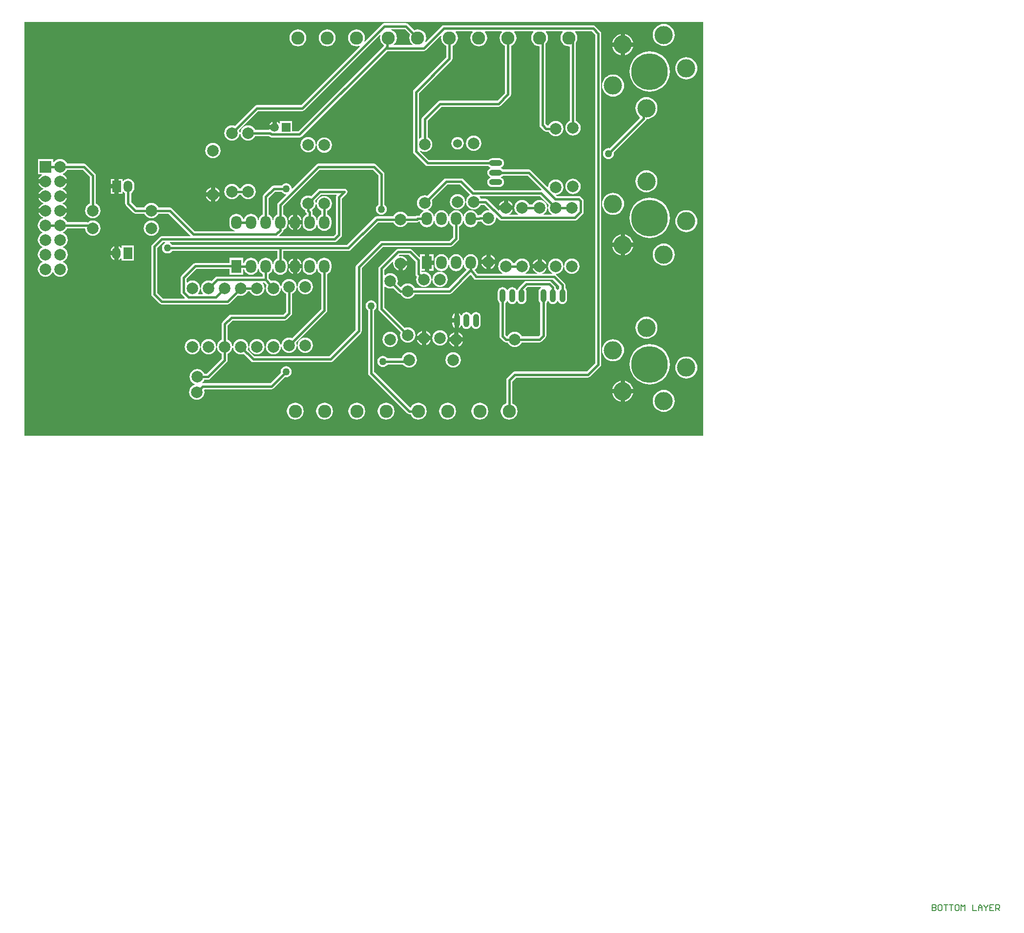
<source format=gbl>
G04*
G04 #@! TF.GenerationSoftware,Altium Limited,Altium Designer,20.0.2 (26)*
G04*
G04 Layer_Physical_Order=2*
G04 Layer_Color=16711680*
%FSLAX43Y43*%
%MOMM*%
G71*
G01*
G75*
%ADD14C,0.150*%
%ADD22O,1.016X2.286*%
%ADD27O,2.286X1.016*%
%ADD30C,0.381*%
%ADD31C,3.175*%
%ADD32C,6.350*%
%ADD33C,2.000*%
%ADD34C,2.286*%
%ADD35O,1.800X2.300*%
%ADD36R,1.800X2.300*%
%ADD37R,2.000X2.000*%
%ADD38C,1.500*%
%ADD39R,1.500X1.500*%
%ADD40C,1.524*%
%ADD41R,1.500X2.000*%
%ADD42O,1.500X2.000*%
%ADD43C,1.270*%
G36*
X118034Y330D02*
X330D01*
Y72060D01*
X118034D01*
X118034Y330D01*
D02*
G37*
%LPC*%
G36*
X66496Y71892D02*
X62738D01*
X62540Y71853D01*
X62372Y71740D01*
X59388Y68756D01*
X59280Y68828D01*
X59335Y68961D01*
X59385Y69342D01*
X59335Y69723D01*
X59188Y70079D01*
X58954Y70384D01*
X58649Y70618D01*
X58293Y70765D01*
X57912Y70815D01*
X57531Y70765D01*
X57175Y70618D01*
X56870Y70384D01*
X56636Y70079D01*
X56489Y69723D01*
X56439Y69342D01*
X56489Y68961D01*
X56636Y68605D01*
X56870Y68300D01*
X57175Y68066D01*
X57531Y67919D01*
X57912Y67869D01*
X58293Y67919D01*
X58426Y67974D01*
X58498Y67866D01*
X48299Y57668D01*
X40640D01*
X40442Y57629D01*
X40274Y57516D01*
X36812Y54055D01*
X36666Y54116D01*
X36322Y54161D01*
X35978Y54116D01*
X35658Y53983D01*
X35382Y53772D01*
X35171Y53496D01*
X35038Y53176D01*
X34993Y52832D01*
X35038Y52488D01*
X35171Y52168D01*
X35382Y51892D01*
X35658Y51681D01*
X35978Y51548D01*
X36322Y51503D01*
X36666Y51548D01*
X36986Y51681D01*
X37262Y51892D01*
X37473Y52168D01*
X37606Y52488D01*
X37651Y52832D01*
X37606Y53176D01*
X37545Y53322D01*
X40855Y56632D01*
X48514D01*
X48712Y56671D01*
X48880Y56784D01*
X61941Y69844D01*
X62046Y69774D01*
X62026Y69723D01*
X61975Y69342D01*
X62026Y68961D01*
X62173Y68605D01*
X62407Y68300D01*
X62638Y68123D01*
X62655Y67960D01*
X62626Y67930D01*
X47803Y53108D01*
X46771D01*
Y54915D01*
X44637D01*
Y54491D01*
X44509Y54447D01*
X44420Y54564D01*
X44210Y54725D01*
X44085Y54777D01*
Y53848D01*
X43704D01*
Y53467D01*
X42775D01*
X42780Y53456D01*
X42709Y53350D01*
X40328D01*
X40267Y53496D01*
X40056Y53772D01*
X39780Y53983D01*
X39460Y54116D01*
X39116Y54161D01*
X38772Y54116D01*
X38452Y53983D01*
X38176Y53772D01*
X37965Y53496D01*
X37832Y53176D01*
X37787Y52832D01*
X37832Y52488D01*
X37965Y52168D01*
X38176Y51892D01*
X38452Y51681D01*
X38772Y51548D01*
X39116Y51503D01*
X39460Y51548D01*
X39780Y51681D01*
X40056Y51892D01*
X40267Y52168D01*
X40328Y52314D01*
X42726D01*
X42817Y52224D01*
X42985Y52111D01*
X43183Y52072D01*
X43183Y52072D01*
X48018D01*
X48216Y52111D01*
X48384Y52224D01*
X63207Y67046D01*
X69596D01*
X69794Y67085D01*
X69962Y67198D01*
X72478Y69714D01*
X72599Y69654D01*
X72557Y69342D01*
X72608Y68961D01*
X72755Y68605D01*
X72989Y68300D01*
X73294Y68066D01*
X73513Y67976D01*
Y65974D01*
X67849Y60310D01*
X67736Y60142D01*
X67697Y59944D01*
Y49641D01*
X67736Y49443D01*
X67849Y49275D01*
X69865Y47259D01*
X70033Y47146D01*
X70231Y47107D01*
X80764D01*
X80818Y47036D01*
X80991Y46904D01*
X81077Y46868D01*
Y46731D01*
X80991Y46695D01*
X80818Y46563D01*
X80686Y46390D01*
X80603Y46189D01*
X80574Y45974D01*
X80603Y45758D01*
X80686Y45558D01*
X80818Y45385D01*
X80991Y45253D01*
X81077Y45217D01*
Y45080D01*
X80991Y45044D01*
X80818Y44912D01*
X80686Y44739D01*
X80603Y44539D01*
X80574Y44323D01*
X80603Y44107D01*
X80686Y43907D01*
X80818Y43734D01*
X80991Y43602D01*
X81191Y43519D01*
X81407Y43490D01*
X82677D01*
X82893Y43519D01*
X83093Y43602D01*
X83266Y43734D01*
X83398Y43907D01*
X83481Y44107D01*
X83510Y44323D01*
X83481Y44539D01*
X83398Y44739D01*
X83266Y44912D01*
X83093Y45044D01*
X83007Y45080D01*
Y45217D01*
X83093Y45253D01*
X83266Y45385D01*
X83320Y45456D01*
X87569D01*
X89979Y43046D01*
X89932Y42942D01*
X89918Y42927D01*
X78294D01*
X76414Y44807D01*
X76246Y44920D01*
X76048Y44959D01*
X73454D01*
X73255Y44920D01*
X73087Y44807D01*
X70213Y41934D01*
X70067Y41994D01*
X69723Y42039D01*
X69379Y41994D01*
X69059Y41861D01*
X68783Y41650D01*
X68572Y41375D01*
X68439Y41055D01*
X68394Y40711D01*
X68439Y40367D01*
X68572Y40046D01*
X68783Y39771D01*
X69059Y39560D01*
X69379Y39427D01*
X69477Y39414D01*
X69491Y39314D01*
X69488Y39285D01*
X69236Y39091D01*
X69041Y38837D01*
X68918Y38541D01*
X68911Y38491D01*
X68504D01*
X68504Y38491D01*
X68306Y38452D01*
X68175Y38364D01*
X66744D01*
X66683Y38510D01*
X66472Y38786D01*
X66196Y38997D01*
X65876Y39130D01*
X65532Y39175D01*
X65188Y39130D01*
X64868Y38997D01*
X64592Y38786D01*
X64381Y38510D01*
X64320Y38364D01*
X61442D01*
X61243Y38325D01*
X61075Y38212D01*
X61075Y38212D01*
X56274Y33411D01*
X44704D01*
X31750Y33411D01*
X25949D01*
X25825Y33572D01*
X25626Y33725D01*
X25534Y33763D01*
X25559Y33890D01*
X54102D01*
X54300Y33930D01*
X54468Y34042D01*
X55230Y34804D01*
X55343Y34972D01*
X55382Y35170D01*
Y41458D01*
X56195Y42272D01*
X56308Y42440D01*
X56347Y42638D01*
X56308Y42836D01*
X56195Y43004D01*
X56027Y43116D01*
X55829Y43156D01*
X51528D01*
X51528Y43156D01*
X51330Y43116D01*
X51162Y43004D01*
X51162Y43004D01*
X50020Y41863D01*
X49874Y41924D01*
X49530Y41969D01*
X49186Y41924D01*
X48866Y41791D01*
X48590Y41580D01*
X48379Y41304D01*
X48246Y40984D01*
X48201Y40640D01*
X48246Y40296D01*
X48379Y39976D01*
X48590Y39700D01*
X48866Y39489D01*
X49012Y39428D01*
Y39361D01*
X49051Y39163D01*
X49164Y38995D01*
X49266Y38893D01*
Y38691D01*
X49170Y38651D01*
X48916Y38456D01*
X48721Y38202D01*
X48598Y37906D01*
X48556Y37588D01*
Y37088D01*
X48598Y36770D01*
X48721Y36474D01*
X48916Y36220D01*
X49170Y36025D01*
X49466Y35902D01*
X49784Y35860D01*
X50102Y35902D01*
X50398Y36025D01*
X50652Y36220D01*
X50847Y36474D01*
X50970Y36770D01*
X50990Y36921D01*
X51118D01*
X51138Y36770D01*
X51261Y36474D01*
X51456Y36220D01*
X51710Y36025D01*
X52006Y35902D01*
X52324Y35860D01*
X52642Y35902D01*
X52938Y36025D01*
X53192Y36220D01*
X53387Y36474D01*
X53510Y36770D01*
X53552Y37088D01*
Y37588D01*
X53510Y37906D01*
X53387Y38202D01*
X53192Y38456D01*
X52938Y38651D01*
X52842Y38691D01*
Y39360D01*
X52988Y39421D01*
X53264Y39632D01*
X53475Y39907D01*
X53608Y40228D01*
X53653Y40572D01*
X53608Y40916D01*
X53475Y41236D01*
X53264Y41512D01*
X52988Y41723D01*
X52668Y41855D01*
X52324Y41901D01*
X51980Y41855D01*
X51660Y41723D01*
X51384Y41512D01*
X51173Y41236D01*
X51040Y40916D01*
X50995Y40572D01*
X51040Y40228D01*
X51173Y39907D01*
X51384Y39632D01*
X51660Y39421D01*
X51806Y39360D01*
Y38691D01*
X51710Y38651D01*
X51456Y38456D01*
X51261Y38202D01*
X51138Y37906D01*
X51118Y37756D01*
X50990D01*
X50970Y37906D01*
X50847Y38202D01*
X50652Y38456D01*
X50398Y38651D01*
X50302Y38691D01*
Y39107D01*
X50263Y39305D01*
X50177Y39433D01*
X50194Y39489D01*
X50470Y39700D01*
X50681Y39976D01*
X50814Y40296D01*
X50859Y40640D01*
X50814Y40984D01*
X50753Y41130D01*
X51742Y42120D01*
X54408D01*
X54467Y41993D01*
X54385Y41871D01*
X54346Y41673D01*
Y35385D01*
X53887Y34926D01*
X44546D01*
X44497Y35043D01*
X45070Y35617D01*
X45183Y35785D01*
X45222Y35983D01*
Y35985D01*
X45318Y36025D01*
X45572Y36220D01*
X45767Y36474D01*
X45890Y36770D01*
X45932Y37088D01*
Y37588D01*
X45890Y37906D01*
X45767Y38202D01*
X45572Y38456D01*
X45318Y38651D01*
X45222Y38691D01*
Y40171D01*
X51523Y46472D01*
X60745D01*
X61712Y45505D01*
Y40427D01*
X61551Y40303D01*
X61398Y40104D01*
X61302Y39873D01*
X61269Y39624D01*
X61302Y39375D01*
X61398Y39144D01*
X61551Y38945D01*
X61750Y38792D01*
X61981Y38696D01*
X62230Y38663D01*
X62479Y38696D01*
X62710Y38792D01*
X62909Y38945D01*
X63062Y39144D01*
X63158Y39375D01*
X63191Y39624D01*
X63158Y39873D01*
X63062Y40104D01*
X62909Y40303D01*
X62748Y40427D01*
Y45720D01*
X62709Y45918D01*
X62596Y46086D01*
X61326Y47356D01*
X61158Y47469D01*
X60960Y47508D01*
X51308D01*
X51110Y47469D01*
X50942Y47356D01*
X46804Y43218D01*
X46670Y43264D01*
X46648Y43429D01*
X46552Y43660D01*
X46399Y43859D01*
X46200Y44012D01*
X45969Y44108D01*
X45720Y44141D01*
X45471Y44108D01*
X45240Y44012D01*
X45041Y43859D01*
X44917Y43698D01*
X43582D01*
X43384Y43659D01*
X43216Y43546D01*
X41798Y42128D01*
X41685Y41960D01*
X41646Y41762D01*
Y38691D01*
X41550Y38651D01*
X41296Y38456D01*
X41101Y38202D01*
X40978Y37906D01*
X40958Y37756D01*
X40830D01*
X40810Y37906D01*
X40687Y38202D01*
X40492Y38456D01*
X40238Y38651D01*
X39942Y38774D01*
X39624Y38816D01*
X39306Y38774D01*
X39010Y38651D01*
X38756Y38456D01*
X38561Y38202D01*
X38438Y37906D01*
X38431Y37856D01*
X38277D01*
X38270Y37906D01*
X38147Y38202D01*
X37952Y38456D01*
X37698Y38651D01*
X37402Y38774D01*
X37084Y38816D01*
X36766Y38774D01*
X36470Y38651D01*
X36216Y38456D01*
X36021Y38202D01*
X35898Y37906D01*
X35856Y37588D01*
Y37088D01*
X35898Y36770D01*
X36021Y36474D01*
X36216Y36220D01*
X36470Y36025D01*
X36766Y35902D01*
X36846Y35891D01*
X36837Y35764D01*
X29865D01*
X25893Y39736D01*
X25725Y39849D01*
X25527Y39888D01*
X23564D01*
X23503Y40034D01*
X23292Y40310D01*
X23016Y40521D01*
X22696Y40654D01*
X22352Y40699D01*
X22008Y40654D01*
X21688Y40521D01*
X21412Y40310D01*
X21201Y40034D01*
X21140Y39888D01*
X19773D01*
X18839Y40822D01*
Y42397D01*
X18859Y42405D01*
X19082Y42576D01*
X19253Y42799D01*
X19361Y43059D01*
X19397Y43338D01*
Y43838D01*
X19361Y44116D01*
X19253Y44376D01*
X19082Y44599D01*
X18859Y44770D01*
X18599Y44878D01*
X18321Y44914D01*
X18042Y44878D01*
X17782Y44770D01*
X17559Y44599D01*
X17452Y44459D01*
X17325Y44502D01*
Y44842D01*
X16702D01*
Y43588D01*
Y42334D01*
X17325D01*
Y42673D01*
X17452Y42716D01*
X17559Y42576D01*
X17782Y42405D01*
X17803Y42397D01*
Y40607D01*
X17842Y40409D01*
X17954Y40241D01*
X19192Y39004D01*
X19360Y38891D01*
X19558Y38852D01*
X21140D01*
X21201Y38706D01*
X21412Y38430D01*
X21688Y38219D01*
X22008Y38086D01*
X22352Y38041D01*
X22696Y38086D01*
X23016Y38219D01*
X23292Y38430D01*
X23503Y38706D01*
X23564Y38852D01*
X25312D01*
X29121Y35043D01*
X29072Y34926D01*
X24130D01*
X23932Y34887D01*
X23764Y34774D01*
X22494Y33504D01*
X22381Y33336D01*
X22342Y33138D01*
Y24874D01*
X22381Y24676D01*
X22494Y24508D01*
X23755Y23247D01*
X23755Y23247D01*
X23923Y23135D01*
X24121Y23095D01*
X24121Y23095D01*
X35551D01*
X35749Y23135D01*
X35917Y23247D01*
X37356Y24685D01*
X37502Y24624D01*
X37846Y24579D01*
X38190Y24624D01*
X38510Y24757D01*
X38786Y24968D01*
X38997Y25244D01*
X39058Y25390D01*
X39428D01*
X39489Y25244D01*
X39700Y24968D01*
X39976Y24757D01*
X40296Y24624D01*
X40640Y24579D01*
X40984Y24624D01*
X41304Y24757D01*
X41580Y24968D01*
X41791Y25244D01*
X41924Y25564D01*
X41969Y25908D01*
X41924Y26252D01*
X41791Y26572D01*
X41633Y26778D01*
X41696Y26905D01*
X41929D01*
X42303Y26479D01*
X42209Y26252D01*
X42164Y25908D01*
X42209Y25564D01*
X42342Y25244D01*
X42553Y24968D01*
X42828Y24757D01*
X43149Y24624D01*
X43493Y24579D01*
X43837Y24624D01*
X44157Y24757D01*
X44433Y24968D01*
X44644Y25244D01*
X44776Y25564D01*
X44813Y25842D01*
X44941D01*
X44944Y25818D01*
X45077Y25498D01*
X45288Y25222D01*
X45564Y25011D01*
X45710Y24950D01*
Y21805D01*
X45243Y21337D01*
X36193D01*
X35995Y21298D01*
X35827Y21185D01*
X34686Y20044D01*
X34573Y19876D01*
X34534Y19678D01*
Y16960D01*
X34388Y16899D01*
X34112Y16688D01*
X33901Y16412D01*
X33768Y16092D01*
X33723Y15748D01*
X33768Y15404D01*
X33901Y15084D01*
X34112Y14808D01*
X34388Y14597D01*
X34534Y14536D01*
Y13677D01*
X31925Y11068D01*
X31512D01*
X31451Y11214D01*
X31240Y11490D01*
X30964Y11701D01*
X30644Y11834D01*
X30300Y11879D01*
X29956Y11834D01*
X29636Y11701D01*
X29360Y11490D01*
X29149Y11214D01*
X29016Y10894D01*
X28971Y10550D01*
X29016Y10206D01*
X29149Y9886D01*
X29360Y9610D01*
X29636Y9399D01*
X29903Y9288D01*
X29886Y9158D01*
X29882Y9158D01*
X29562Y9025D01*
X29286Y8814D01*
X29075Y8538D01*
X28942Y8218D01*
X28897Y7874D01*
X28942Y7530D01*
X29075Y7210D01*
X29286Y6934D01*
X29562Y6723D01*
X29882Y6590D01*
X30226Y6545D01*
X30570Y6590D01*
X30890Y6723D01*
X31166Y6934D01*
X31377Y7210D01*
X31510Y7530D01*
X31555Y7874D01*
X31510Y8218D01*
X31498Y8245D01*
X31583Y8372D01*
X43180D01*
X43378Y8411D01*
X43546Y8524D01*
X45518Y10496D01*
X45720Y10469D01*
X45969Y10502D01*
X46200Y10598D01*
X46399Y10751D01*
X46552Y10950D01*
X46648Y11181D01*
X46681Y11430D01*
X46648Y11679D01*
X46552Y11910D01*
X46399Y12109D01*
X46200Y12262D01*
X45969Y12358D01*
X45720Y12391D01*
X45471Y12358D01*
X45240Y12262D01*
X45041Y12109D01*
X44888Y11910D01*
X44792Y11679D01*
X44759Y11430D01*
X44786Y11228D01*
X42965Y9408D01*
X31242D01*
X31164Y9393D01*
X31111Y9511D01*
X31240Y9610D01*
X31451Y9886D01*
X31512Y10032D01*
X32140D01*
X32338Y10071D01*
X32506Y10184D01*
X35418Y13096D01*
X35531Y13264D01*
X35570Y13462D01*
Y14536D01*
X35716Y14597D01*
X35992Y14808D01*
X36203Y15084D01*
X36336Y15404D01*
X36381Y15748D01*
X36336Y16092D01*
X36203Y16412D01*
X35992Y16688D01*
X35716Y16899D01*
X35570Y16960D01*
Y19463D01*
X36408Y20301D01*
X45457D01*
X45655Y20341D01*
X45823Y20453D01*
X46594Y21224D01*
X46707Y21392D01*
X46746Y21590D01*
Y24950D01*
X46892Y25011D01*
X47168Y25222D01*
X47379Y25498D01*
X47512Y25818D01*
X47557Y26162D01*
X47512Y26506D01*
X47379Y26826D01*
X47168Y27102D01*
X46892Y27313D01*
X46572Y27446D01*
X46228Y27491D01*
X45884Y27446D01*
X45564Y27313D01*
X45288Y27102D01*
X45077Y26826D01*
X44944Y26506D01*
X44908Y26228D01*
X44780D01*
X44776Y26252D01*
X44644Y26572D01*
X44433Y26848D01*
X44157Y27059D01*
X43837Y27192D01*
X43493Y27237D01*
X43149Y27192D01*
X43081Y27163D01*
X42682Y27618D01*
Y28365D01*
X42778Y28405D01*
X43032Y28600D01*
X43227Y28854D01*
X43350Y29150D01*
X43370Y29301D01*
X43498D01*
X43518Y29150D01*
X43641Y28854D01*
X43836Y28600D01*
X44090Y28405D01*
X44386Y28282D01*
X44704Y28240D01*
X45022Y28282D01*
X45318Y28405D01*
X45572Y28600D01*
X45767Y28854D01*
X45890Y29150D01*
X45932Y29468D01*
Y29968D01*
X45890Y30286D01*
X45767Y30582D01*
X45572Y30836D01*
X45318Y31031D01*
X45222Y31071D01*
Y32375D01*
X56489D01*
X56687Y32414D01*
X56855Y32527D01*
X61656Y37328D01*
X64320D01*
X64381Y37182D01*
X64592Y36906D01*
X64868Y36695D01*
X65188Y36562D01*
X65532Y36517D01*
X65876Y36562D01*
X66196Y36695D01*
X66472Y36906D01*
X66683Y37182D01*
X66744Y37328D01*
X68377D01*
X68575Y37367D01*
X68706Y37455D01*
X68911D01*
X68918Y37405D01*
X69041Y37109D01*
X69236Y36855D01*
X69490Y36660D01*
X69786Y36537D01*
X70104Y36495D01*
X70422Y36537D01*
X70718Y36660D01*
X70972Y36855D01*
X71167Y37109D01*
X71290Y37405D01*
X71310Y37556D01*
X71438D01*
X71458Y37405D01*
X71581Y37109D01*
X71776Y36855D01*
X72030Y36660D01*
X72326Y36537D01*
X72644Y36495D01*
X72962Y36537D01*
X73258Y36660D01*
X73512Y36855D01*
X73707Y37109D01*
X73830Y37405D01*
X73850Y37556D01*
X73978D01*
X73998Y37405D01*
X74121Y37109D01*
X74316Y36855D01*
X74570Y36660D01*
X74666Y36620D01*
Y34759D01*
X74021Y34113D01*
X62297D01*
X62099Y34074D01*
X61931Y33962D01*
X57927Y29957D01*
X57814Y29789D01*
X57775Y29591D01*
Y18697D01*
X53176Y14098D01*
X40228D01*
X39069Y15258D01*
X39130Y15404D01*
X39175Y15748D01*
X39130Y16092D01*
X38997Y16412D01*
X38786Y16688D01*
X38510Y16899D01*
X38190Y17032D01*
X37846Y17077D01*
X37502Y17032D01*
X37182Y16899D01*
X36906Y16688D01*
X36695Y16412D01*
X36562Y16092D01*
X36517Y15748D01*
X36562Y15404D01*
X36695Y15084D01*
X36906Y14808D01*
X37182Y14597D01*
X37502Y14464D01*
X37846Y14419D01*
X38190Y14464D01*
X38336Y14525D01*
X39648Y13214D01*
X39816Y13102D01*
X40014Y13062D01*
X53391D01*
X53589Y13102D01*
X53757Y13214D01*
X58659Y18116D01*
X58772Y18284D01*
X58811Y18482D01*
Y29376D01*
X62512Y33077D01*
X74235D01*
X74434Y33117D01*
X74602Y33229D01*
X75550Y34178D01*
X75663Y34346D01*
X75702Y34544D01*
Y36620D01*
X75798Y36660D01*
X76052Y36855D01*
X76247Y37109D01*
X76370Y37405D01*
X76390Y37556D01*
X76518D01*
X76538Y37405D01*
X76661Y37109D01*
X76856Y36855D01*
X77110Y36660D01*
X77406Y36537D01*
X77724Y36495D01*
X78042Y36537D01*
X78338Y36660D01*
X78592Y36855D01*
X78787Y37109D01*
X78910Y37405D01*
X78917Y37455D01*
X79172D01*
X79370Y37494D01*
X79443Y37543D01*
X79592Y37507D01*
X79621Y37436D01*
X79832Y37160D01*
X80108Y36949D01*
X80428Y36816D01*
X80772Y36771D01*
X81116Y36816D01*
X81436Y36949D01*
X81712Y37160D01*
X81923Y37436D01*
X82056Y37756D01*
X82101Y38100D01*
X82090Y38182D01*
X82204Y38238D01*
X82692Y37750D01*
X82860Y37638D01*
X83058Y37599D01*
X95758D01*
X95956Y37638D01*
X96124Y37750D01*
X97140Y38766D01*
X97253Y38934D01*
X97292Y39133D01*
Y41063D01*
X97253Y41261D01*
X97140Y41429D01*
X96810Y41759D01*
X96642Y41872D01*
X96444Y41911D01*
X92599D01*
X92522Y42004D01*
X92564Y42119D01*
X92800Y42150D01*
X93120Y42283D01*
X93396Y42494D01*
X93607Y42770D01*
X93740Y43090D01*
X93785Y43434D01*
X93740Y43778D01*
X93607Y44098D01*
X93396Y44374D01*
X93120Y44585D01*
X92800Y44718D01*
X92456Y44763D01*
X92112Y44718D01*
X91792Y44585D01*
X91516Y44374D01*
X91305Y44098D01*
X91172Y43778D01*
X91140Y43530D01*
X91006Y43484D01*
X88150Y46340D01*
X87982Y46453D01*
X87783Y46492D01*
X83320D01*
X83266Y46563D01*
X83093Y46695D01*
X83007Y46731D01*
Y46868D01*
X83093Y46904D01*
X83266Y47036D01*
X83398Y47209D01*
X83481Y47410D01*
X83510Y47625D01*
X83481Y47840D01*
X83398Y48041D01*
X83266Y48214D01*
X83093Y48346D01*
X82893Y48429D01*
X82677Y48458D01*
X81407D01*
X81191Y48429D01*
X80991Y48346D01*
X80818Y48214D01*
X80764Y48143D01*
X70446D01*
X68931Y49658D01*
X69015Y49754D01*
X69059Y49720D01*
X69379Y49587D01*
X69723Y49542D01*
X70067Y49587D01*
X70387Y49720D01*
X70663Y49931D01*
X70874Y50206D01*
X71007Y50527D01*
X71052Y50871D01*
X71007Y51215D01*
X70874Y51535D01*
X70663Y51810D01*
X70387Y52021D01*
X70241Y52082D01*
Y55030D01*
X72605Y57394D01*
X82550D01*
X82748Y57433D01*
X82916Y57546D01*
X84557Y59186D01*
X84669Y59354D01*
X84708Y59553D01*
Y67976D01*
X84927Y68066D01*
X85232Y68300D01*
X85466Y68605D01*
X85613Y68961D01*
X85664Y69342D01*
X85613Y69723D01*
X85466Y70079D01*
X85259Y70348D01*
X85309Y70475D01*
X88544D01*
X88593Y70348D01*
X88386Y70079D01*
X88239Y69723D01*
X88189Y69342D01*
X88239Y68961D01*
X88386Y68605D01*
X88620Y68300D01*
X88925Y68066D01*
X89281Y67919D01*
X89652Y67870D01*
Y54196D01*
X89691Y53998D01*
X89804Y53830D01*
X90406Y53228D01*
X90406Y53228D01*
X90574Y53115D01*
X90772Y53076D01*
X91244D01*
X91305Y52930D01*
X91516Y52654D01*
X91792Y52443D01*
X92112Y52310D01*
X92456Y52265D01*
X92800Y52310D01*
X93120Y52443D01*
X93396Y52654D01*
X93607Y52930D01*
X93740Y53250D01*
X93785Y53594D01*
X93740Y53938D01*
X93607Y54258D01*
X93396Y54534D01*
X93120Y54745D01*
X92800Y54878D01*
X92456Y54923D01*
X92112Y54878D01*
X91792Y54745D01*
X91516Y54534D01*
X91305Y54258D01*
X91244Y54112D01*
X90987D01*
X90688Y54411D01*
Y68288D01*
X90704Y68300D01*
X90938Y68605D01*
X91085Y68961D01*
X91135Y69342D01*
X91085Y69723D01*
X90938Y70079D01*
X90731Y70348D01*
X90780Y70475D01*
X93624D01*
X93673Y70348D01*
X93466Y70079D01*
X93319Y69723D01*
X93269Y69342D01*
X93319Y68961D01*
X93466Y68605D01*
X93700Y68300D01*
X94005Y68066D01*
X94361Y67919D01*
X94742Y67869D01*
X94832Y67881D01*
X94928Y67797D01*
Y54942D01*
X94781Y54882D01*
X94506Y54671D01*
X94295Y54395D01*
X94162Y54075D01*
X94117Y53731D01*
X94162Y53387D01*
X94295Y53067D01*
X94506Y52791D01*
X94781Y52580D01*
X95102Y52447D01*
X95446Y52402D01*
X95789Y52447D01*
X96110Y52580D01*
X96385Y52791D01*
X96596Y53067D01*
X96729Y53387D01*
X96774Y53731D01*
X96729Y54075D01*
X96596Y54395D01*
X96385Y54671D01*
X96110Y54882D01*
X95963Y54942D01*
Y68535D01*
X96018Y68605D01*
X96165Y68961D01*
X96215Y69342D01*
X96165Y69723D01*
X96018Y70079D01*
X95811Y70348D01*
X95860Y70475D01*
X98718D01*
X99304Y69889D01*
Y12915D01*
X97829Y11440D01*
X85344D01*
X85146Y11401D01*
X84978Y11288D01*
X84013Y10324D01*
X83901Y10156D01*
X83862Y9958D01*
Y5938D01*
X83643Y5848D01*
X83338Y5614D01*
X83104Y5309D01*
X82957Y4953D01*
X82906Y4572D01*
X82957Y4191D01*
X83104Y3835D01*
X83338Y3530D01*
X83643Y3296D01*
X83998Y3149D01*
X84380Y3099D01*
X84761Y3149D01*
X85116Y3296D01*
X85421Y3530D01*
X85655Y3835D01*
X85802Y4191D01*
X85853Y4572D01*
X85802Y4953D01*
X85655Y5309D01*
X85421Y5614D01*
X85116Y5848D01*
X84898Y5938D01*
Y9743D01*
X85559Y10404D01*
X98044D01*
X98242Y10443D01*
X98410Y10556D01*
X100188Y12334D01*
X100188Y12334D01*
X100301Y12502D01*
X100340Y12700D01*
Y70104D01*
X100301Y70302D01*
X100188Y70470D01*
X99299Y71359D01*
X99131Y71472D01*
X98933Y71511D01*
X73025D01*
X72827Y71472D01*
X72659Y71359D01*
X69968Y68668D01*
X69860Y68740D01*
X69951Y68961D01*
X70002Y69342D01*
X69951Y69723D01*
X69804Y70079D01*
X69570Y70384D01*
X69265Y70618D01*
X68910Y70765D01*
X68528Y70815D01*
X68147Y70765D01*
X67929Y70674D01*
X66863Y71740D01*
X66695Y71853D01*
X66496Y71892D01*
D02*
G37*
G36*
X104453Y69977D02*
Y68549D01*
X105880D01*
X105781Y68877D01*
X105610Y69197D01*
X105380Y69477D01*
X105100Y69707D01*
X104780Y69878D01*
X104453Y69977D01*
D02*
G37*
G36*
X103691Y69977D02*
X103363Y69878D01*
X103044Y69707D01*
X102763Y69477D01*
X102533Y69197D01*
X102362Y68877D01*
X102263Y68549D01*
X103691D01*
Y69977D01*
D02*
G37*
G36*
X111178Y71764D02*
X110805Y71727D01*
X110446Y71618D01*
X110115Y71442D01*
X109825Y71204D01*
X109587Y70913D01*
X109410Y70583D01*
X109301Y70223D01*
X109264Y69850D01*
X109301Y69477D01*
X109410Y69117D01*
X109587Y68786D01*
X109825Y68496D01*
X110115Y68258D01*
X110446Y68081D01*
X110805Y67973D01*
X111178Y67936D01*
X111552Y67973D01*
X111911Y68081D01*
X112242Y68258D01*
X112532Y68496D01*
X112770Y68786D01*
X112947Y69117D01*
X113056Y69477D01*
X113093Y69850D01*
X113056Y70223D01*
X112947Y70583D01*
X112770Y70913D01*
X112532Y71204D01*
X112242Y71442D01*
X111911Y71618D01*
X111552Y71727D01*
X111178Y71764D01*
D02*
G37*
G36*
X52832Y70815D02*
X52451Y70765D01*
X52095Y70618D01*
X51790Y70384D01*
X51556Y70079D01*
X51409Y69723D01*
X51359Y69342D01*
X51409Y68961D01*
X51556Y68605D01*
X51790Y68300D01*
X52095Y68066D01*
X52451Y67919D01*
X52832Y67869D01*
X53213Y67919D01*
X53569Y68066D01*
X53874Y68300D01*
X54108Y68605D01*
X54255Y68961D01*
X54305Y69342D01*
X54255Y69723D01*
X54108Y70079D01*
X53874Y70384D01*
X53569Y70618D01*
X53213Y70765D01*
X52832Y70815D01*
D02*
G37*
G36*
X47752D02*
X47371Y70765D01*
X47015Y70618D01*
X46710Y70384D01*
X46476Y70079D01*
X46329Y69723D01*
X46279Y69342D01*
X46329Y68961D01*
X46476Y68605D01*
X46710Y68300D01*
X47015Y68066D01*
X47371Y67919D01*
X47752Y67869D01*
X48133Y67919D01*
X48489Y68066D01*
X48794Y68300D01*
X49028Y68605D01*
X49175Y68961D01*
X49225Y69342D01*
X49175Y69723D01*
X49028Y70079D01*
X48794Y70384D01*
X48489Y70618D01*
X48133Y70765D01*
X47752Y70815D01*
D02*
G37*
G36*
X103691Y67787D02*
X102263D01*
X102362Y67460D01*
X102533Y67140D01*
X102763Y66860D01*
X103044Y66630D01*
X103363Y66459D01*
X103691Y66360D01*
Y67787D01*
D02*
G37*
G36*
X105880D02*
X104453D01*
Y66360D01*
X104780Y66459D01*
X105100Y66630D01*
X105380Y66860D01*
X105610Y67140D01*
X105781Y67460D01*
X105880Y67787D01*
D02*
G37*
G36*
X115090Y65973D02*
X114717Y65936D01*
X114358Y65827D01*
X114027Y65650D01*
X113737Y65412D01*
X113498Y65122D01*
X113322Y64791D01*
X113213Y64432D01*
X113176Y64059D01*
X113213Y63685D01*
X113322Y63326D01*
X113498Y62995D01*
X113737Y62705D01*
X114027Y62467D01*
X114358Y62290D01*
X114717Y62181D01*
X115090Y62145D01*
X115464Y62181D01*
X115823Y62290D01*
X116154Y62467D01*
X116444Y62705D01*
X116682Y62995D01*
X116859Y63326D01*
X116967Y63685D01*
X117004Y64059D01*
X116967Y64432D01*
X116859Y64791D01*
X116682Y65122D01*
X116444Y65412D01*
X116154Y65650D01*
X115823Y65827D01*
X115464Y65936D01*
X115090Y65973D01*
D02*
G37*
G36*
X108740Y67003D02*
X108192Y66960D01*
X107657Y66832D01*
X107150Y66621D01*
X106681Y66334D01*
X106263Y65977D01*
X105906Y65559D01*
X105619Y65090D01*
X105408Y64583D01*
X105280Y64048D01*
X105237Y63500D01*
X105280Y62952D01*
X105408Y62417D01*
X105619Y61910D01*
X105906Y61441D01*
X106263Y61023D01*
X106681Y60666D01*
X107150Y60379D01*
X107657Y60168D01*
X108192Y60040D01*
X108740Y59997D01*
X109288Y60040D01*
X109823Y60168D01*
X110331Y60379D01*
X110799Y60666D01*
X111217Y61023D01*
X111574Y61441D01*
X111862Y61910D01*
X112072Y62417D01*
X112200Y62952D01*
X112243Y63500D01*
X112200Y64048D01*
X112072Y64583D01*
X111862Y65090D01*
X111574Y65559D01*
X111217Y65977D01*
X110799Y66334D01*
X110331Y66621D01*
X109823Y66832D01*
X109288Y66960D01*
X108740Y67003D01*
D02*
G37*
G36*
X102390Y62976D02*
X102017Y62939D01*
X101658Y62830D01*
X101327Y62653D01*
X101037Y62415D01*
X100798Y62125D01*
X100622Y61794D01*
X100513Y61435D01*
X100476Y61062D01*
X100513Y60688D01*
X100622Y60329D01*
X100798Y59998D01*
X101037Y59708D01*
X101327Y59470D01*
X101658Y59293D01*
X102017Y59184D01*
X102390Y59147D01*
X102764Y59184D01*
X103123Y59293D01*
X103454Y59470D01*
X103744Y59708D01*
X103982Y59998D01*
X104159Y60329D01*
X104268Y60688D01*
X104304Y61062D01*
X104268Y61435D01*
X104159Y61794D01*
X103982Y62125D01*
X103744Y62415D01*
X103454Y62653D01*
X103123Y62830D01*
X102764Y62939D01*
X102390Y62976D01*
D02*
G37*
G36*
X108181Y59064D02*
X107808Y59027D01*
X107449Y58918D01*
X107118Y58742D01*
X106828Y58504D01*
X106590Y58213D01*
X106413Y57883D01*
X106304Y57523D01*
X106267Y57150D01*
X106304Y56777D01*
X106413Y56417D01*
X106590Y56086D01*
X106828Y55796D01*
X107037Y55625D01*
X107048Y55457D01*
X101802Y50210D01*
X101600Y50237D01*
X101351Y50204D01*
X101120Y50108D01*
X100921Y49955D01*
X100768Y49756D01*
X100672Y49525D01*
X100639Y49276D01*
X100672Y49027D01*
X100768Y48796D01*
X100921Y48597D01*
X101120Y48444D01*
X101351Y48348D01*
X101600Y48315D01*
X101849Y48348D01*
X102080Y48444D01*
X102279Y48597D01*
X102432Y48796D01*
X102528Y49027D01*
X102561Y49276D01*
X102534Y49478D01*
X108048Y54992D01*
X108160Y55160D01*
X108176Y55236D01*
X108181Y55236D01*
X108555Y55273D01*
X108914Y55381D01*
X109245Y55558D01*
X109535Y55796D01*
X109773Y56086D01*
X109950Y56417D01*
X110059Y56777D01*
X110095Y57150D01*
X110059Y57523D01*
X109950Y57883D01*
X109773Y58213D01*
X109535Y58504D01*
X109245Y58742D01*
X108914Y58918D01*
X108555Y59027D01*
X108181Y59064D01*
D02*
G37*
G36*
X43323Y54777D02*
X43198Y54725D01*
X42988Y54564D01*
X42827Y54354D01*
X42775Y54229D01*
X43323D01*
Y54777D01*
D02*
G37*
G36*
X75438Y52143D02*
X75156Y52106D01*
X74894Y51997D01*
X74668Y51824D01*
X74495Y51598D01*
X74386Y51336D01*
X74349Y51054D01*
X74386Y50772D01*
X74495Y50510D01*
X74668Y50284D01*
X74894Y50111D01*
X75156Y50002D01*
X75438Y49965D01*
X75720Y50002D01*
X75982Y50111D01*
X76208Y50284D01*
X76381Y50510D01*
X76490Y50772D01*
X76527Y51054D01*
X76490Y51336D01*
X76381Y51598D01*
X76208Y51824D01*
X75982Y51997D01*
X75720Y52106D01*
X75438Y52143D01*
D02*
G37*
G36*
X78232Y52383D02*
X77888Y52338D01*
X77568Y52205D01*
X77292Y51994D01*
X77081Y51718D01*
X76948Y51398D01*
X76903Y51054D01*
X76948Y50710D01*
X77081Y50390D01*
X77292Y50114D01*
X77568Y49903D01*
X77888Y49770D01*
X78232Y49725D01*
X78576Y49770D01*
X78896Y49903D01*
X79172Y50114D01*
X79383Y50390D01*
X79516Y50710D01*
X79561Y51054D01*
X79516Y51398D01*
X79383Y51718D01*
X79172Y51994D01*
X78896Y52205D01*
X78576Y52338D01*
X78232Y52383D01*
D02*
G37*
G36*
X49530Y52129D02*
X49186Y52084D01*
X48866Y51951D01*
X48590Y51740D01*
X48379Y51464D01*
X48246Y51144D01*
X48201Y50800D01*
X48246Y50456D01*
X48379Y50136D01*
X48590Y49860D01*
X48866Y49649D01*
X49186Y49516D01*
X49530Y49471D01*
X49874Y49516D01*
X50194Y49649D01*
X50470Y49860D01*
X50681Y50136D01*
X50814Y50456D01*
X50859Y50800D01*
X50814Y51144D01*
X50681Y51464D01*
X50470Y51740D01*
X50194Y51951D01*
X49874Y52084D01*
X49530Y52129D01*
D02*
G37*
G36*
X52324Y52061D02*
X51980Y52015D01*
X51660Y51883D01*
X51384Y51672D01*
X51173Y51396D01*
X51040Y51076D01*
X50995Y50732D01*
X51040Y50388D01*
X51173Y50067D01*
X51384Y49792D01*
X51660Y49581D01*
X51980Y49448D01*
X52324Y49403D01*
X52668Y49448D01*
X52988Y49581D01*
X53264Y49792D01*
X53475Y50067D01*
X53608Y50388D01*
X53653Y50732D01*
X53608Y51076D01*
X53475Y51396D01*
X53264Y51672D01*
X52988Y51883D01*
X52668Y52015D01*
X52324Y52061D01*
D02*
G37*
G36*
X33020Y51113D02*
X32676Y51068D01*
X32356Y50935D01*
X32080Y50724D01*
X31869Y50448D01*
X31736Y50128D01*
X31691Y49784D01*
X31736Y49440D01*
X31869Y49120D01*
X32080Y48844D01*
X32356Y48633D01*
X32676Y48500D01*
X33020Y48455D01*
X33364Y48500D01*
X33684Y48633D01*
X33960Y48844D01*
X34171Y49120D01*
X34304Y49440D01*
X34349Y49784D01*
X34304Y50128D01*
X34171Y50448D01*
X33960Y50724D01*
X33684Y50935D01*
X33364Y51068D01*
X33020Y51113D01*
D02*
G37*
G36*
X6524Y48319D02*
X6180Y48274D01*
X5860Y48141D01*
X5584Y47930D01*
X5428Y47727D01*
X5301Y47770D01*
Y48307D01*
X2666D01*
Y45672D01*
X3327D01*
X3352Y45545D01*
X3352Y45545D01*
X3090Y45344D01*
X2889Y45082D01*
X2784Y44831D01*
X3984D01*
Y44069D01*
X2784D01*
X2889Y43818D01*
X3090Y43556D01*
X3352Y43355D01*
X3607Y43249D01*
Y43111D01*
X3352Y43005D01*
X3090Y42804D01*
X2889Y42542D01*
X2784Y42291D01*
X3984D01*
Y41529D01*
X2784D01*
X2889Y41278D01*
X3090Y41016D01*
X3352Y40815D01*
X3607Y40709D01*
Y40571D01*
X3352Y40465D01*
X3090Y40264D01*
X2889Y40002D01*
X2784Y39751D01*
X3984D01*
Y38989D01*
X2784D01*
X2889Y38738D01*
X3090Y38476D01*
X3352Y38275D01*
X3524Y38203D01*
Y38066D01*
X3320Y37981D01*
X3044Y37770D01*
X2833Y37494D01*
X2700Y37174D01*
X2655Y36830D01*
X2700Y36486D01*
X2833Y36166D01*
X3044Y35890D01*
X3320Y35679D01*
X3454Y35623D01*
Y35496D01*
X3320Y35441D01*
X3044Y35230D01*
X2833Y34954D01*
X2700Y34634D01*
X2655Y34290D01*
X2700Y33946D01*
X2833Y33626D01*
X3044Y33350D01*
X3320Y33139D01*
X3454Y33083D01*
Y32956D01*
X3320Y32901D01*
X3044Y32690D01*
X2833Y32414D01*
X2700Y32094D01*
X2655Y31750D01*
X2700Y31406D01*
X2833Y31086D01*
X3044Y30810D01*
X3320Y30599D01*
X3454Y30543D01*
Y30416D01*
X3320Y30361D01*
X3044Y30150D01*
X2833Y29874D01*
X2700Y29554D01*
X2655Y29210D01*
X2700Y28866D01*
X2833Y28546D01*
X3044Y28270D01*
X3320Y28059D01*
X3640Y27926D01*
X3984Y27881D01*
X4328Y27926D01*
X4648Y28059D01*
X4924Y28270D01*
X5135Y28546D01*
X5190Y28680D01*
X5317D01*
X5373Y28546D01*
X5584Y28270D01*
X5860Y28059D01*
X6180Y27926D01*
X6524Y27881D01*
X6868Y27926D01*
X7188Y28059D01*
X7464Y28270D01*
X7675Y28546D01*
X7808Y28866D01*
X7853Y29210D01*
X7808Y29554D01*
X7675Y29874D01*
X7464Y30150D01*
X7188Y30361D01*
X7054Y30416D01*
Y30543D01*
X7188Y30599D01*
X7464Y30810D01*
X7675Y31086D01*
X7808Y31406D01*
X7853Y31750D01*
X7808Y32094D01*
X7675Y32414D01*
X7464Y32690D01*
X7188Y32901D01*
X7054Y32956D01*
Y33083D01*
X7188Y33139D01*
X7464Y33350D01*
X7675Y33626D01*
X7808Y33946D01*
X7853Y34290D01*
X7808Y34634D01*
X7675Y34954D01*
X7464Y35230D01*
X7188Y35441D01*
X7054Y35496D01*
Y35623D01*
X7188Y35679D01*
X7464Y35890D01*
X7675Y36166D01*
X7735Y36312D01*
X10864D01*
X10908Y35978D01*
X11041Y35658D01*
X11252Y35382D01*
X11528Y35171D01*
X11848Y35038D01*
X12192Y34993D01*
X12536Y35038D01*
X12856Y35171D01*
X13132Y35382D01*
X13343Y35658D01*
X13476Y35978D01*
X13521Y36322D01*
X13476Y36666D01*
X13343Y36986D01*
X13132Y37262D01*
X12856Y37473D01*
X12536Y37606D01*
X12192Y37651D01*
X11848Y37606D01*
X11528Y37473D01*
X11340Y37329D01*
X11246Y37348D01*
X7735D01*
X7675Y37494D01*
X7464Y37770D01*
X7188Y37981D01*
X6984Y38066D01*
Y38203D01*
X7156Y38275D01*
X7418Y38476D01*
X7619Y38738D01*
X7723Y38989D01*
X6524D01*
Y39751D01*
X7723D01*
X7619Y40002D01*
X7418Y40264D01*
X7156Y40465D01*
X6901Y40571D01*
Y40709D01*
X7156Y40815D01*
X7418Y41016D01*
X7619Y41278D01*
X7723Y41529D01*
X6524D01*
Y42291D01*
X7723D01*
X7619Y42542D01*
X7418Y42804D01*
X7156Y43005D01*
X6901Y43111D01*
Y43249D01*
X7156Y43355D01*
X7418Y43556D01*
X7619Y43818D01*
X7723Y44069D01*
X6524D01*
Y44831D01*
X7723D01*
X7619Y45082D01*
X7418Y45344D01*
X7156Y45545D01*
X6984Y45617D01*
Y45754D01*
X7188Y45839D01*
X7464Y46050D01*
X7675Y46326D01*
X7735Y46472D01*
X10453D01*
X11674Y45251D01*
Y40582D01*
X11528Y40521D01*
X11252Y40310D01*
X11041Y40034D01*
X10908Y39714D01*
X10863Y39370D01*
X10908Y39026D01*
X11041Y38706D01*
X11252Y38430D01*
X11528Y38219D01*
X11848Y38086D01*
X12192Y38041D01*
X12536Y38086D01*
X12856Y38219D01*
X13132Y38430D01*
X13343Y38706D01*
X13476Y39026D01*
X13521Y39370D01*
X13476Y39714D01*
X13343Y40034D01*
X13132Y40310D01*
X12856Y40521D01*
X12710Y40582D01*
Y45466D01*
X12671Y45664D01*
X12558Y45832D01*
X11034Y47356D01*
X10866Y47468D01*
X10668Y47508D01*
X7735D01*
X7675Y47654D01*
X7464Y47930D01*
X7188Y48141D01*
X6868Y48274D01*
X6524Y48319D01*
D02*
G37*
G36*
X15940Y44842D02*
X15317D01*
Y43969D01*
X15940D01*
Y44842D01*
D02*
G37*
G36*
X39116Y44001D02*
X38772Y43956D01*
X38452Y43823D01*
X38176Y43612D01*
X37965Y43336D01*
X37904Y43190D01*
X37534D01*
X37473Y43336D01*
X37262Y43612D01*
X36986Y43823D01*
X36666Y43956D01*
X36322Y44001D01*
X35978Y43956D01*
X35658Y43823D01*
X35382Y43612D01*
X35171Y43336D01*
X35038Y43016D01*
X34993Y42672D01*
X35038Y42328D01*
X35171Y42008D01*
X35382Y41732D01*
X35658Y41521D01*
X35978Y41388D01*
X36322Y41343D01*
X36666Y41388D01*
X36986Y41521D01*
X37262Y41732D01*
X37473Y42008D01*
X37534Y42154D01*
X37904D01*
X37965Y42008D01*
X38176Y41732D01*
X38452Y41521D01*
X38772Y41388D01*
X39116Y41343D01*
X39460Y41388D01*
X39780Y41521D01*
X40056Y41732D01*
X40267Y42008D01*
X40400Y42328D01*
X40445Y42672D01*
X40400Y43016D01*
X40267Y43336D01*
X40056Y43612D01*
X39780Y43823D01*
X39460Y43956D01*
X39116Y44001D01*
D02*
G37*
G36*
X33401Y43363D02*
Y42545D01*
X34220D01*
X34115Y42796D01*
X33914Y43058D01*
X33652Y43259D01*
X33401Y43363D01*
D02*
G37*
G36*
X32639Y43364D02*
X32388Y43259D01*
X32126Y43058D01*
X31925Y42796D01*
X31820Y42545D01*
X32639D01*
Y43364D01*
D02*
G37*
G36*
X108181Y46364D02*
X107808Y46327D01*
X107449Y46219D01*
X107118Y46042D01*
X106828Y45804D01*
X106590Y45514D01*
X106413Y45183D01*
X106304Y44824D01*
X106267Y44450D01*
X106304Y44077D01*
X106413Y43718D01*
X106590Y43387D01*
X106828Y43096D01*
X107118Y42858D01*
X107449Y42682D01*
X107808Y42573D01*
X108181Y42536D01*
X108555Y42573D01*
X108914Y42682D01*
X109245Y42858D01*
X109535Y43096D01*
X109773Y43387D01*
X109950Y43718D01*
X110059Y44077D01*
X110095Y44450D01*
X110059Y44824D01*
X109950Y45183D01*
X109773Y45514D01*
X109535Y45804D01*
X109245Y46042D01*
X108914Y46219D01*
X108555Y46327D01*
X108181Y46364D01*
D02*
G37*
G36*
X15940Y43207D02*
X15317D01*
Y42334D01*
X15940D01*
Y43207D01*
D02*
G37*
G36*
X95446Y44900D02*
X95102Y44855D01*
X94781Y44722D01*
X94506Y44511D01*
X94295Y44235D01*
X94162Y43915D01*
X94117Y43571D01*
X94162Y43227D01*
X94295Y42907D01*
X94506Y42631D01*
X94781Y42420D01*
X95102Y42287D01*
X95446Y42242D01*
X95789Y42287D01*
X96110Y42420D01*
X96385Y42631D01*
X96596Y42907D01*
X96729Y43227D01*
X96774Y43571D01*
X96729Y43915D01*
X96596Y44235D01*
X96385Y44511D01*
X96110Y44722D01*
X95789Y44855D01*
X95446Y44900D01*
D02*
G37*
G36*
X34220Y41783D02*
X33401D01*
Y40965D01*
X33652Y41069D01*
X33914Y41270D01*
X34115Y41532D01*
X34220Y41783D01*
D02*
G37*
G36*
X32639D02*
X31820D01*
X31925Y41532D01*
X32126Y41270D01*
X32388Y41069D01*
X32639Y40964D01*
Y41783D01*
D02*
G37*
G36*
X102390Y42453D02*
X102017Y42416D01*
X101658Y42307D01*
X101327Y42130D01*
X101036Y41892D01*
X100798Y41602D01*
X100622Y41271D01*
X100513Y40912D01*
X100476Y40538D01*
X100513Y40165D01*
X100622Y39806D01*
X100798Y39475D01*
X101036Y39185D01*
X101327Y38947D01*
X101658Y38770D01*
X102017Y38661D01*
X102390Y38624D01*
X102763Y38661D01*
X103123Y38770D01*
X103454Y38947D01*
X103744Y39185D01*
X103982Y39475D01*
X104159Y39806D01*
X104267Y40165D01*
X104304Y40538D01*
X104267Y40912D01*
X104159Y41271D01*
X103982Y41602D01*
X103744Y41892D01*
X103454Y42130D01*
X103123Y42307D01*
X102763Y42416D01*
X102390Y42453D01*
D02*
G37*
G36*
X47625Y38679D02*
Y37719D01*
X48391D01*
X48368Y37889D01*
X48252Y38170D01*
X48067Y38411D01*
X47826Y38596D01*
X47625Y38679D01*
D02*
G37*
G36*
X46863D02*
X46662Y38596D01*
X46421Y38411D01*
X46236Y38170D01*
X46120Y37889D01*
X46097Y37719D01*
X46863D01*
Y38679D01*
D02*
G37*
G36*
X48391Y36957D02*
X47625D01*
Y35997D01*
X47826Y36080D01*
X48067Y36265D01*
X48252Y36506D01*
X48368Y36787D01*
X48391Y36957D01*
D02*
G37*
G36*
X46863D02*
X46097D01*
X46120Y36787D01*
X46236Y36506D01*
X46421Y36265D01*
X46662Y36080D01*
X46863Y35997D01*
Y36957D01*
D02*
G37*
G36*
X115090Y39455D02*
X114717Y39419D01*
X114357Y39310D01*
X114027Y39133D01*
X113736Y38895D01*
X113498Y38605D01*
X113322Y38274D01*
X113213Y37915D01*
X113176Y37541D01*
X113213Y37168D01*
X113322Y36809D01*
X113498Y36478D01*
X113736Y36188D01*
X114027Y35950D01*
X114357Y35773D01*
X114717Y35664D01*
X115090Y35627D01*
X115463Y35664D01*
X115823Y35773D01*
X116154Y35950D01*
X116444Y36188D01*
X116682Y36478D01*
X116859Y36809D01*
X116967Y37168D01*
X117004Y37541D01*
X116967Y37915D01*
X116859Y38274D01*
X116682Y38605D01*
X116444Y38895D01*
X116154Y39133D01*
X115823Y39310D01*
X115463Y39419D01*
X115090Y39455D01*
D02*
G37*
G36*
X22352Y37651D02*
X22008Y37606D01*
X21688Y37473D01*
X21412Y37262D01*
X21201Y36986D01*
X21068Y36666D01*
X21023Y36322D01*
X21068Y35978D01*
X21201Y35658D01*
X21412Y35382D01*
X21688Y35171D01*
X22008Y35038D01*
X22352Y34993D01*
X22696Y35038D01*
X23016Y35171D01*
X23292Y35382D01*
X23503Y35658D01*
X23636Y35978D01*
X23681Y36322D01*
X23636Y36666D01*
X23503Y36986D01*
X23292Y37262D01*
X23016Y37473D01*
X22696Y37606D01*
X22352Y37651D01*
D02*
G37*
G36*
X108740Y41603D02*
X108192Y41560D01*
X107657Y41432D01*
X107150Y41222D01*
X106681Y40934D01*
X106263Y40577D01*
X105906Y40159D01*
X105619Y39691D01*
X105408Y39183D01*
X105280Y38648D01*
X105237Y38100D01*
X105280Y37552D01*
X105408Y37017D01*
X105619Y36510D01*
X105906Y36041D01*
X106263Y35623D01*
X106681Y35266D01*
X107150Y34979D01*
X107657Y34768D01*
X108192Y34640D01*
X108740Y34597D01*
X109288Y34640D01*
X109823Y34768D01*
X110331Y34979D01*
X110799Y35266D01*
X111217Y35623D01*
X111574Y36041D01*
X111862Y36510D01*
X112072Y37017D01*
X112200Y37552D01*
X112243Y38100D01*
X112200Y38648D01*
X112072Y39183D01*
X111862Y39691D01*
X111574Y40159D01*
X111217Y40577D01*
X110799Y40934D01*
X110331Y41222D01*
X109823Y41432D01*
X109288Y41560D01*
X108740Y41603D01*
D02*
G37*
G36*
X104453Y35240D02*
Y33813D01*
X105880D01*
X105781Y34140D01*
X105610Y34460D01*
X105380Y34740D01*
X105100Y34970D01*
X104780Y35141D01*
X104453Y35240D01*
D02*
G37*
G36*
X103691D02*
X103363Y35141D01*
X103043Y34970D01*
X102763Y34740D01*
X102533Y34460D01*
X102362Y34140D01*
X102263Y33813D01*
X103691D01*
Y35240D01*
D02*
G37*
G36*
X19340Y33321D02*
X17205D01*
Y32897D01*
X17078Y32854D01*
X16988Y32970D01*
X16778Y33131D01*
X16653Y33183D01*
Y32004D01*
Y30825D01*
X16778Y30877D01*
X16988Y31038D01*
X17078Y31154D01*
X17205Y31111D01*
Y30687D01*
X19340D01*
Y33321D01*
D02*
G37*
G36*
X15891Y33183D02*
X15766Y33131D01*
X15556Y32970D01*
X15395Y32760D01*
X15294Y32516D01*
X15277Y32385D01*
X15891D01*
Y33183D01*
D02*
G37*
G36*
X105880Y33051D02*
X104453D01*
Y31623D01*
X104780Y31722D01*
X105100Y31893D01*
X105380Y32123D01*
X105610Y32403D01*
X105781Y32723D01*
X105880Y33051D01*
D02*
G37*
G36*
X103691D02*
X102263D01*
X102362Y32723D01*
X102533Y32403D01*
X102763Y32123D01*
X103043Y31893D01*
X103363Y31722D01*
X103691Y31623D01*
Y33051D01*
D02*
G37*
G36*
X81153Y31680D02*
Y30861D01*
X81972D01*
X81867Y31112D01*
X81666Y31374D01*
X81404Y31575D01*
X81153Y31680D01*
D02*
G37*
G36*
X80391Y31680D02*
X80140Y31575D01*
X79878Y31374D01*
X79677Y31112D01*
X79572Y30861D01*
X80391D01*
Y31680D01*
D02*
G37*
G36*
X15891Y31623D02*
X15277D01*
X15294Y31492D01*
X15395Y31248D01*
X15556Y31038D01*
X15766Y30877D01*
X15891Y30825D01*
Y31623D01*
D02*
G37*
G36*
X71258Y31757D02*
X70485D01*
Y30734D01*
X71258D01*
Y31757D01*
D02*
G37*
G36*
X52324Y31196D02*
X52006Y31154D01*
X51710Y31031D01*
X51456Y30836D01*
X51261Y30582D01*
X51138Y30286D01*
X51118Y30135D01*
X50990D01*
X50970Y30286D01*
X50847Y30582D01*
X50652Y30836D01*
X50398Y31031D01*
X50102Y31154D01*
X49784Y31196D01*
X49466Y31154D01*
X49170Y31031D01*
X48916Y30836D01*
X48721Y30582D01*
X48598Y30286D01*
X48556Y29968D01*
Y29468D01*
X48598Y29150D01*
X48721Y28854D01*
X48916Y28600D01*
X49170Y28405D01*
X49466Y28282D01*
X49784Y28240D01*
X50102Y28282D01*
X50398Y28405D01*
X50652Y28600D01*
X50847Y28854D01*
X50970Y29150D01*
X50990Y29301D01*
X51118D01*
X51138Y29150D01*
X51261Y28854D01*
X51456Y28600D01*
X51710Y28405D01*
X51806Y28365D01*
Y22313D01*
X46718Y17225D01*
X46572Y17286D01*
X46228Y17331D01*
X45884Y17286D01*
X45564Y17153D01*
X45288Y16942D01*
X45077Y16666D01*
X44944Y16346D01*
X44908Y16068D01*
X44780D01*
X44776Y16092D01*
X44644Y16412D01*
X44433Y16688D01*
X44157Y16899D01*
X43837Y17032D01*
X43493Y17077D01*
X43149Y17032D01*
X42828Y16899D01*
X42553Y16688D01*
X42342Y16412D01*
X42209Y16092D01*
X42164Y15748D01*
X42209Y15404D01*
X42342Y15084D01*
X42553Y14808D01*
X42828Y14597D01*
X43149Y14464D01*
X43493Y14419D01*
X43837Y14464D01*
X44157Y14597D01*
X44433Y14808D01*
X44644Y15084D01*
X44776Y15404D01*
X44813Y15682D01*
X44941D01*
X44944Y15658D01*
X45077Y15338D01*
X45288Y15062D01*
X45564Y14851D01*
X45884Y14718D01*
X46228Y14673D01*
X46572Y14718D01*
X46892Y14851D01*
X47168Y15062D01*
X47379Y15338D01*
X47512Y15658D01*
X47557Y16002D01*
X47512Y16346D01*
X47451Y16492D01*
X52690Y21732D01*
X52690Y21732D01*
X52803Y21900D01*
X52842Y22098D01*
X52842Y22098D01*
Y28365D01*
X52938Y28405D01*
X53192Y28600D01*
X53387Y28854D01*
X53510Y29150D01*
X53552Y29468D01*
Y29968D01*
X53510Y30286D01*
X53387Y30582D01*
X53192Y30836D01*
X52938Y31031D01*
X52642Y31154D01*
X52324Y31196D01*
D02*
G37*
G36*
X47625Y31059D02*
Y30099D01*
X48391D01*
X48368Y30269D01*
X48252Y30550D01*
X48067Y30791D01*
X47826Y30976D01*
X47625Y31059D01*
D02*
G37*
G36*
X46863D02*
X46662Y30976D01*
X46421Y30791D01*
X46236Y30550D01*
X46120Y30269D01*
X46097Y30099D01*
X46863D01*
Y31059D01*
D02*
G37*
G36*
X90043Y30918D02*
Y30099D01*
X90862D01*
X90757Y30350D01*
X90556Y30612D01*
X90294Y30813D01*
X90043Y30918D01*
D02*
G37*
G36*
X89281Y30917D02*
X89030Y30813D01*
X88768Y30612D01*
X88567Y30350D01*
X88462Y30099D01*
X89281D01*
Y30917D01*
D02*
G37*
G36*
X111178Y33664D02*
X110805Y33627D01*
X110446Y33519D01*
X110115Y33342D01*
X109825Y33104D01*
X109587Y32814D01*
X109410Y32483D01*
X109301Y32124D01*
X109264Y31750D01*
X109301Y31377D01*
X109410Y31018D01*
X109587Y30687D01*
X109825Y30396D01*
X110115Y30158D01*
X110446Y29982D01*
X110805Y29873D01*
X111178Y29836D01*
X111552Y29873D01*
X111911Y29982D01*
X112242Y30158D01*
X112532Y30396D01*
X112770Y30687D01*
X112947Y31018D01*
X113056Y31377D01*
X113093Y31750D01*
X113056Y32124D01*
X112947Y32483D01*
X112770Y32814D01*
X112532Y33104D01*
X112242Y33342D01*
X111911Y33519D01*
X111552Y33627D01*
X111178Y33664D01*
D02*
G37*
G36*
X80391Y30099D02*
X79573D01*
X79677Y29848D01*
X79878Y29586D01*
X80140Y29385D01*
X80391Y29281D01*
Y30099D01*
D02*
G37*
G36*
X81971D02*
X81153D01*
Y29280D01*
X81404Y29385D01*
X81666Y29586D01*
X81867Y29848D01*
X81971Y30099D01*
D02*
G37*
G36*
X66731Y29845D02*
X65913D01*
Y29027D01*
X66164Y29131D01*
X66426Y29332D01*
X66627Y29594D01*
X66731Y29845D01*
D02*
G37*
G36*
X71258Y29972D02*
X70485D01*
Y28949D01*
X71258D01*
Y29972D01*
D02*
G37*
G36*
X95250Y31047D02*
X94906Y31002D01*
X94586Y30869D01*
X94310Y30658D01*
X94099Y30382D01*
X93966Y30062D01*
X93921Y29718D01*
X93966Y29374D01*
X94099Y29054D01*
X94310Y28778D01*
X94586Y28567D01*
X94906Y28434D01*
X95250Y28389D01*
X95594Y28434D01*
X95914Y28567D01*
X96190Y28778D01*
X96401Y29054D01*
X96534Y29374D01*
X96579Y29718D01*
X96534Y30062D01*
X96401Y30382D01*
X96190Y30658D01*
X95914Y30869D01*
X95594Y31002D01*
X95250Y31047D01*
D02*
G37*
G36*
X48391Y29337D02*
X47625D01*
Y28377D01*
X47826Y28460D01*
X48067Y28645D01*
X48252Y28886D01*
X48368Y29167D01*
X48391Y29337D01*
D02*
G37*
G36*
X46863D02*
X46097D01*
X46120Y29167D01*
X46236Y28886D01*
X46421Y28645D01*
X46662Y28460D01*
X46863Y28377D01*
Y29337D01*
D02*
G37*
G36*
X72390Y28761D02*
X72046Y28716D01*
X71726Y28583D01*
X71450Y28372D01*
X71239Y28096D01*
X71106Y27776D01*
X71061Y27432D01*
X71106Y27088D01*
X71239Y26768D01*
X71450Y26492D01*
X71726Y26281D01*
X72046Y26148D01*
X72390Y26103D01*
X72734Y26148D01*
X73054Y26281D01*
X73330Y26492D01*
X73541Y26768D01*
X73674Y27088D01*
X73719Y27432D01*
X73674Y27776D01*
X73541Y28096D01*
X73330Y28372D01*
X73054Y28583D01*
X72734Y28716D01*
X72390Y28761D01*
D02*
G37*
G36*
X67183Y32716D02*
X65126D01*
X64927Y32677D01*
X64759Y32565D01*
X64759Y32565D01*
X61864Y29669D01*
X61751Y29501D01*
X61712Y29303D01*
Y22352D01*
X61751Y22154D01*
X61864Y21986D01*
X65579Y18270D01*
X65518Y18124D01*
X65473Y17780D01*
X65518Y17436D01*
X65651Y17116D01*
X65862Y16840D01*
X66138Y16629D01*
X66458Y16496D01*
X66802Y16451D01*
X67146Y16496D01*
X67466Y16629D01*
X67742Y16840D01*
X67953Y17116D01*
X68086Y17436D01*
X68131Y17780D01*
X68086Y18124D01*
X67953Y18444D01*
X67742Y18720D01*
X67466Y18931D01*
X67146Y19064D01*
X66802Y19109D01*
X66458Y19064D01*
X66312Y19003D01*
X62748Y22567D01*
Y26129D01*
X62875Y26192D01*
X63090Y26027D01*
X63410Y25894D01*
X63754Y25849D01*
X64098Y25894D01*
X64244Y25955D01*
X65166Y25034D01*
X65166Y25034D01*
X65334Y24921D01*
X65532Y24882D01*
X65590D01*
X65651Y24736D01*
X65862Y24460D01*
X66138Y24249D01*
X66458Y24116D01*
X66802Y24071D01*
X67146Y24116D01*
X67466Y24249D01*
X67742Y24460D01*
X67953Y24736D01*
X68014Y24882D01*
X74041D01*
X74239Y24921D01*
X74407Y25034D01*
X77596Y28223D01*
X77723Y28213D01*
X78197Y27573D01*
X78225Y27546D01*
X78247Y27514D01*
X78299Y27479D01*
X78346Y27437D01*
X78383Y27423D01*
X78415Y27402D01*
X78477Y27390D01*
X78536Y27368D01*
X78575Y27370D01*
X78613Y27362D01*
X91962D01*
X93081Y26243D01*
Y25916D01*
X93010Y25862D01*
X92878Y25689D01*
X92842Y25603D01*
X92705D01*
X92669Y25689D01*
X92537Y25862D01*
X92466Y25916D01*
Y26001D01*
X92427Y26199D01*
X92314Y26367D01*
X91679Y27002D01*
X91511Y27114D01*
X91313Y27154D01*
X87347D01*
X87149Y27114D01*
X86981Y27002D01*
X86168Y26189D01*
X86056Y26021D01*
X86039Y25936D01*
X85946Y25864D01*
X85814Y25692D01*
X85778Y25606D01*
X85640D01*
X85605Y25692D01*
X85472Y25864D01*
X85300Y25997D01*
X85099Y26080D01*
X84884Y26108D01*
X84668Y26080D01*
X84467Y25997D01*
X84295Y25864D01*
X84163Y25692D01*
X84127Y25606D01*
X83989D01*
X83954Y25692D01*
X83821Y25864D01*
X83649Y25997D01*
X83448Y26080D01*
X83233Y26108D01*
X83017Y26080D01*
X82816Y25997D01*
X82644Y25864D01*
X82512Y25692D01*
X82428Y25491D01*
X82400Y25276D01*
Y24006D01*
X82428Y23790D01*
X82512Y23589D01*
X82644Y23417D01*
X82715Y23363D01*
Y17605D01*
X82754Y17407D01*
X82866Y17239D01*
X83454Y16652D01*
X83622Y16539D01*
X83820Y16500D01*
X84132D01*
X84193Y16354D01*
X84404Y16078D01*
X84680Y15867D01*
X85000Y15734D01*
X85344Y15689D01*
X85688Y15734D01*
X86008Y15867D01*
X86284Y16078D01*
X86495Y16354D01*
X86556Y16500D01*
X89662D01*
X89860Y16539D01*
X90028Y16652D01*
X90663Y17287D01*
X90663Y17287D01*
X90776Y17455D01*
X90815Y17653D01*
Y23360D01*
X90886Y23414D01*
X91018Y23587D01*
X91054Y23673D01*
X91191D01*
X91227Y23587D01*
X91359Y23414D01*
X91532Y23282D01*
X91732Y23199D01*
X91948Y23170D01*
X92163Y23199D01*
X92364Y23282D01*
X92537Y23414D01*
X92669Y23587D01*
X92705Y23673D01*
X92842D01*
X92878Y23587D01*
X93010Y23414D01*
X93183Y23282D01*
X93383Y23199D01*
X93599Y23170D01*
X93814Y23199D01*
X94015Y23282D01*
X94188Y23414D01*
X94320Y23587D01*
X94403Y23788D01*
X94432Y24003D01*
Y25273D01*
X94403Y25489D01*
X94320Y25689D01*
X94188Y25862D01*
X94117Y25916D01*
Y26458D01*
X94117Y26458D01*
X94078Y26656D01*
X93965Y26824D01*
X92543Y28247D01*
X92511Y28268D01*
X92541Y28400D01*
X92800Y28434D01*
X93120Y28567D01*
X93396Y28778D01*
X93607Y29054D01*
X93740Y29374D01*
X93785Y29718D01*
X93740Y30062D01*
X93607Y30382D01*
X93396Y30658D01*
X93120Y30869D01*
X92800Y31002D01*
X92456Y31047D01*
X92112Y31002D01*
X91792Y30869D01*
X91516Y30658D01*
X91305Y30382D01*
X91172Y30062D01*
X91127Y29718D01*
X91172Y29374D01*
X91305Y29054D01*
X91516Y28778D01*
X91792Y28567D01*
X91892Y28525D01*
X91867Y28398D01*
X90085D01*
X90060Y28525D01*
X90294Y28623D01*
X90556Y28824D01*
X90757Y29086D01*
X90862Y29337D01*
X89662D01*
X88463D01*
X88567Y29086D01*
X88768Y28824D01*
X89030Y28623D01*
X89264Y28525D01*
X89239Y28398D01*
X87203D01*
X87178Y28525D01*
X87278Y28567D01*
X87554Y28778D01*
X87765Y29054D01*
X87898Y29374D01*
X87943Y29718D01*
X87898Y30062D01*
X87765Y30382D01*
X87554Y30658D01*
X87278Y30869D01*
X86958Y31002D01*
X86614Y31047D01*
X86270Y31002D01*
X85950Y30869D01*
X85674Y30658D01*
X85463Y30382D01*
X85402Y30236D01*
X85032D01*
X84971Y30382D01*
X84760Y30658D01*
X84484Y30869D01*
X84164Y31002D01*
X83820Y31047D01*
X83476Y31002D01*
X83156Y30869D01*
X82880Y30658D01*
X82669Y30382D01*
X82536Y30062D01*
X82491Y29718D01*
X82536Y29374D01*
X82669Y29054D01*
X82880Y28778D01*
X83156Y28567D01*
X83256Y28525D01*
X83231Y28398D01*
X78874D01*
X78378Y29070D01*
X78592Y29235D01*
X78787Y29489D01*
X78910Y29785D01*
X78952Y30103D01*
Y30603D01*
X78910Y30921D01*
X78787Y31217D01*
X78592Y31471D01*
X78338Y31666D01*
X78042Y31789D01*
X77724Y31831D01*
X77406Y31789D01*
X77110Y31666D01*
X76856Y31471D01*
X76661Y31217D01*
X76538Y30921D01*
X76518Y30771D01*
X76390D01*
X76370Y30921D01*
X76247Y31217D01*
X76052Y31471D01*
X75798Y31666D01*
X75502Y31789D01*
X75184Y31831D01*
X74866Y31789D01*
X74570Y31666D01*
X74316Y31471D01*
X74121Y31217D01*
X73998Y30921D01*
X73978Y30771D01*
X73850D01*
X73830Y30921D01*
X73707Y31217D01*
X73512Y31471D01*
X73258Y31666D01*
X72962Y31789D01*
X72644Y31831D01*
X72326Y31789D01*
X72030Y31666D01*
X71776Y31471D01*
X71581Y31217D01*
X71458Y30921D01*
X71416Y30603D01*
Y30103D01*
X71458Y29785D01*
X71581Y29489D01*
X71776Y29235D01*
X72030Y29040D01*
X72326Y28917D01*
X72644Y28875D01*
X72962Y28917D01*
X73258Y29040D01*
X73512Y29235D01*
X73707Y29489D01*
X73830Y29785D01*
X73850Y29935D01*
X73978D01*
X73998Y29785D01*
X74121Y29489D01*
X74316Y29235D01*
X74570Y29040D01*
X74866Y28917D01*
X75184Y28875D01*
X75502Y28917D01*
X75798Y29040D01*
X76052Y29235D01*
X76247Y29489D01*
X76370Y29785D01*
X76390Y29935D01*
X76518D01*
X76538Y29785D01*
X76661Y29489D01*
X76856Y29235D01*
X76942Y29168D01*
X76950Y29042D01*
X73826Y25918D01*
X68014D01*
X67953Y26064D01*
X67742Y26340D01*
X67466Y26551D01*
X67146Y26684D01*
X66802Y26729D01*
X66458Y26684D01*
X66138Y26551D01*
X65862Y26340D01*
X65707Y26137D01*
X65545Y26120D01*
X64977Y26688D01*
X65038Y26834D01*
X65083Y27178D01*
X65038Y27522D01*
X64905Y27842D01*
X64694Y28118D01*
X64418Y28329D01*
X64098Y28462D01*
X63754Y28507D01*
X63410Y28462D01*
X63090Y28329D01*
X62875Y28164D01*
X62748Y28227D01*
Y29088D01*
X64177Y30518D01*
X64298Y30458D01*
X64267Y30226D01*
X64310Y29899D01*
X64437Y29594D01*
X64638Y29332D01*
X64900Y29131D01*
X65151Y29026D01*
Y30226D01*
X65532D01*
Y30607D01*
X66732D01*
X66627Y30858D01*
X66426Y31120D01*
X66164Y31321D01*
X65859Y31448D01*
X65532Y31491D01*
X65299Y31460D01*
X65240Y31580D01*
X65340Y31680D01*
X66968D01*
X68113Y30536D01*
Y28397D01*
X68152Y28199D01*
X68265Y28031D01*
X68373Y27922D01*
X68312Y27776D01*
X68267Y27432D01*
X68312Y27088D01*
X68445Y26768D01*
X68656Y26492D01*
X68932Y26281D01*
X69252Y26148D01*
X69596Y26103D01*
X69940Y26148D01*
X70260Y26281D01*
X70536Y26492D01*
X70747Y26768D01*
X70880Y27088D01*
X70925Y27432D01*
X70880Y27776D01*
X70747Y28096D01*
X70536Y28372D01*
X70260Y28583D01*
X69940Y28716D01*
X69596Y28761D01*
X69276Y28719D01*
X69157Y28779D01*
X69149Y28785D01*
Y28949D01*
X69723D01*
Y30353D01*
Y31757D01*
X68950D01*
Y31330D01*
X68833Y31281D01*
X67549Y32565D01*
X67381Y32677D01*
X67183Y32716D01*
D02*
G37*
G36*
X49022Y27491D02*
X48678Y27446D01*
X48358Y27313D01*
X48082Y27102D01*
X47871Y26826D01*
X47738Y26506D01*
X47693Y26162D01*
X47738Y25818D01*
X47871Y25498D01*
X48082Y25222D01*
X48358Y25011D01*
X48678Y24878D01*
X49022Y24833D01*
X49366Y24878D01*
X49686Y25011D01*
X49962Y25222D01*
X50173Y25498D01*
X50306Y25818D01*
X50351Y26162D01*
X50306Y26506D01*
X50173Y26826D01*
X49962Y27102D01*
X49686Y27313D01*
X49366Y27446D01*
X49022Y27491D01*
D02*
G37*
G36*
X78613Y21788D02*
X78397Y21759D01*
X78197Y21676D01*
X78024Y21544D01*
X77892Y21371D01*
X77856Y21285D01*
X77719D01*
X77683Y21371D01*
X77551Y21544D01*
X77378Y21676D01*
X77177Y21759D01*
X76962Y21788D01*
X76746Y21759D01*
X76546Y21676D01*
X76373Y21544D01*
X76241Y21371D01*
X76171Y21202D01*
X76068Y21189D01*
X76036Y21195D01*
X75977Y21339D01*
X75854Y21498D01*
X75695Y21621D01*
X75692Y21622D01*
Y20320D01*
Y19018D01*
X75695Y19019D01*
X75854Y19142D01*
X75977Y19301D01*
X76036Y19445D01*
X76068Y19451D01*
X76171Y19438D01*
X76241Y19269D01*
X76373Y19096D01*
X76546Y18964D01*
X76746Y18881D01*
X76962Y18852D01*
X77177Y18881D01*
X77378Y18964D01*
X77551Y19096D01*
X77683Y19269D01*
X77719Y19355D01*
X77856D01*
X77892Y19269D01*
X78024Y19096D01*
X78197Y18964D01*
X78397Y18881D01*
X78613Y18852D01*
X78828Y18881D01*
X79029Y18964D01*
X79202Y19096D01*
X79334Y19269D01*
X79417Y19469D01*
X79446Y19685D01*
Y20955D01*
X79417Y21170D01*
X79334Y21371D01*
X79202Y21544D01*
X79029Y21676D01*
X78828Y21759D01*
X78613Y21788D01*
D02*
G37*
G36*
X74930Y21622D02*
X74927Y21621D01*
X74768Y21498D01*
X74645Y21339D01*
X74569Y21154D01*
X74542Y20955D01*
Y20701D01*
X74930D01*
Y21622D01*
D02*
G37*
G36*
Y19939D02*
X74542D01*
Y19685D01*
X74569Y19486D01*
X74645Y19301D01*
X74768Y19142D01*
X74927Y19019D01*
X74930Y19018D01*
Y19939D01*
D02*
G37*
G36*
X69977Y18472D02*
Y17653D01*
X70796D01*
X70691Y17904D01*
X70490Y18166D01*
X70228Y18367D01*
X69977Y18472D01*
D02*
G37*
G36*
X69215Y18472D02*
X68964Y18367D01*
X68702Y18166D01*
X68501Y17904D01*
X68396Y17653D01*
X69215D01*
Y18472D01*
D02*
G37*
G36*
X75565Y18218D02*
Y17399D01*
X76383D01*
X76279Y17650D01*
X76078Y17912D01*
X75816Y18113D01*
X75565Y18218D01*
D02*
G37*
G36*
X74803D02*
X74552Y18113D01*
X74290Y17912D01*
X74089Y17650D01*
X73984Y17399D01*
X74803D01*
Y18218D01*
D02*
G37*
G36*
X108181Y20964D02*
X107808Y20927D01*
X107449Y20819D01*
X107118Y20642D01*
X106828Y20404D01*
X106590Y20114D01*
X106413Y19783D01*
X106304Y19423D01*
X106267Y19050D01*
X106304Y18677D01*
X106413Y18317D01*
X106590Y17987D01*
X106828Y17696D01*
X107118Y17458D01*
X107449Y17282D01*
X107808Y17173D01*
X108181Y17136D01*
X108555Y17173D01*
X108914Y17282D01*
X109245Y17458D01*
X109535Y17696D01*
X109773Y17987D01*
X109950Y18317D01*
X110059Y18677D01*
X110095Y19050D01*
X110059Y19423D01*
X109950Y19783D01*
X109773Y20114D01*
X109535Y20404D01*
X109245Y20642D01*
X108914Y20819D01*
X108555Y20927D01*
X108181Y20964D01*
D02*
G37*
G36*
X69215Y16891D02*
X68396D01*
X68501Y16640D01*
X68702Y16378D01*
X68964Y16177D01*
X69215Y16073D01*
Y16891D01*
D02*
G37*
G36*
X70796D02*
X69977D01*
Y16072D01*
X70228Y16177D01*
X70490Y16378D01*
X70691Y16640D01*
X70796Y16891D01*
D02*
G37*
G36*
X72390Y18601D02*
X72046Y18556D01*
X71726Y18423D01*
X71450Y18212D01*
X71239Y17936D01*
X71106Y17616D01*
X71061Y17272D01*
X71106Y16928D01*
X71239Y16608D01*
X71450Y16332D01*
X71726Y16121D01*
X72046Y15988D01*
X72390Y15943D01*
X72734Y15988D01*
X73054Y16121D01*
X73330Y16332D01*
X73541Y16608D01*
X73674Y16928D01*
X73719Y17272D01*
X73674Y17616D01*
X73541Y17936D01*
X73330Y18212D01*
X73054Y18423D01*
X72734Y18556D01*
X72390Y18601D01*
D02*
G37*
G36*
X76383Y16637D02*
X75565D01*
Y15818D01*
X75816Y15923D01*
X76078Y16124D01*
X76279Y16386D01*
X76383Y16637D01*
D02*
G37*
G36*
X74803D02*
X73984D01*
X74089Y16386D01*
X74290Y16124D01*
X74552Y15923D01*
X74803Y15818D01*
Y16637D01*
D02*
G37*
G36*
X63754Y18347D02*
X63410Y18302D01*
X63090Y18169D01*
X62814Y17958D01*
X62603Y17682D01*
X62470Y17362D01*
X62425Y17018D01*
X62470Y16674D01*
X62603Y16354D01*
X62814Y16078D01*
X63090Y15867D01*
X63410Y15734D01*
X63754Y15689D01*
X64098Y15734D01*
X64418Y15867D01*
X64694Y16078D01*
X64905Y16354D01*
X65038Y16674D01*
X65083Y17018D01*
X65038Y17362D01*
X64905Y17682D01*
X64694Y17958D01*
X64418Y18169D01*
X64098Y18302D01*
X63754Y18347D01*
D02*
G37*
G36*
X49022Y17331D02*
X48678Y17286D01*
X48358Y17153D01*
X48082Y16942D01*
X47871Y16666D01*
X47738Y16346D01*
X47693Y16002D01*
X47738Y15658D01*
X47871Y15338D01*
X48082Y15062D01*
X48358Y14851D01*
X48678Y14718D01*
X49022Y14673D01*
X49366Y14718D01*
X49686Y14851D01*
X49962Y15062D01*
X50173Y15338D01*
X50306Y15658D01*
X50351Y16002D01*
X50306Y16346D01*
X50173Y16666D01*
X49962Y16942D01*
X49686Y17153D01*
X49366Y17286D01*
X49022Y17331D01*
D02*
G37*
G36*
X40640Y17077D02*
X40296Y17032D01*
X39976Y16899D01*
X39700Y16688D01*
X39489Y16412D01*
X39356Y16092D01*
X39311Y15748D01*
X39356Y15404D01*
X39489Y15084D01*
X39700Y14808D01*
X39976Y14597D01*
X40296Y14464D01*
X40640Y14419D01*
X40984Y14464D01*
X41304Y14597D01*
X41580Y14808D01*
X41791Y15084D01*
X41924Y15404D01*
X41969Y15748D01*
X41924Y16092D01*
X41791Y16412D01*
X41580Y16688D01*
X41304Y16899D01*
X40984Y17032D01*
X40640Y17077D01*
D02*
G37*
G36*
X32258D02*
X31914Y17032D01*
X31594Y16899D01*
X31318Y16688D01*
X31107Y16412D01*
X30974Y16092D01*
X30929Y15748D01*
X30974Y15404D01*
X31107Y15084D01*
X31318Y14808D01*
X31594Y14597D01*
X31914Y14464D01*
X32258Y14419D01*
X32602Y14464D01*
X32922Y14597D01*
X33198Y14808D01*
X33409Y15084D01*
X33542Y15404D01*
X33587Y15748D01*
X33542Y16092D01*
X33409Y16412D01*
X33198Y16688D01*
X32922Y16899D01*
X32602Y17032D01*
X32258Y17077D01*
D02*
G37*
G36*
X29464D02*
X29120Y17032D01*
X28800Y16899D01*
X28524Y16688D01*
X28313Y16412D01*
X28180Y16092D01*
X28135Y15748D01*
X28180Y15404D01*
X28313Y15084D01*
X28524Y14808D01*
X28800Y14597D01*
X29120Y14464D01*
X29464Y14419D01*
X29808Y14464D01*
X30128Y14597D01*
X30404Y14808D01*
X30615Y15084D01*
X30748Y15404D01*
X30793Y15748D01*
X30748Y16092D01*
X30615Y16412D01*
X30404Y16688D01*
X30128Y16899D01*
X29808Y17032D01*
X29464Y17077D01*
D02*
G37*
G36*
X67056Y14791D02*
X66712Y14746D01*
X66392Y14613D01*
X66116Y14402D01*
X65905Y14126D01*
X65772Y13806D01*
X65762Y13726D01*
X63287D01*
X63163Y13887D01*
X62964Y14040D01*
X62733Y14136D01*
X62484Y14169D01*
X62235Y14136D01*
X62004Y14040D01*
X61805Y13887D01*
X61652Y13688D01*
X61556Y13457D01*
X61523Y13208D01*
X61556Y12959D01*
X61652Y12728D01*
X61805Y12529D01*
X62004Y12376D01*
X62235Y12280D01*
X62484Y12247D01*
X62733Y12280D01*
X62964Y12376D01*
X63163Y12529D01*
X63287Y12690D01*
X65988D01*
X66116Y12522D01*
X66392Y12311D01*
X66712Y12178D01*
X67056Y12133D01*
X67400Y12178D01*
X67720Y12311D01*
X67996Y12522D01*
X68207Y12798D01*
X68340Y13118D01*
X68385Y13462D01*
X68340Y13806D01*
X68207Y14126D01*
X67996Y14402D01*
X67720Y14613D01*
X67400Y14746D01*
X67056Y14791D01*
D02*
G37*
G36*
X102390Y17053D02*
X102017Y17016D01*
X101657Y16907D01*
X101327Y16730D01*
X101036Y16492D01*
X100798Y16202D01*
X100622Y15871D01*
X100513Y15512D01*
X100476Y15138D01*
X100513Y14765D01*
X100622Y14406D01*
X100798Y14075D01*
X101036Y13785D01*
X101327Y13547D01*
X101657Y13370D01*
X102017Y13261D01*
X102390Y13224D01*
X102763Y13261D01*
X103123Y13370D01*
X103453Y13547D01*
X103744Y13785D01*
X103982Y14075D01*
X104159Y14406D01*
X104267Y14765D01*
X104304Y15138D01*
X104267Y15512D01*
X104159Y15871D01*
X103982Y16202D01*
X103744Y16492D01*
X103453Y16730D01*
X103123Y16907D01*
X102763Y17016D01*
X102390Y17053D01*
D02*
G37*
G36*
X74676Y14791D02*
X74332Y14746D01*
X74012Y14613D01*
X73736Y14402D01*
X73525Y14126D01*
X73392Y13806D01*
X73347Y13462D01*
X73392Y13118D01*
X73525Y12798D01*
X73736Y12522D01*
X74012Y12311D01*
X74332Y12178D01*
X74676Y12133D01*
X75020Y12178D01*
X75340Y12311D01*
X75616Y12522D01*
X75827Y12798D01*
X75960Y13118D01*
X76005Y13462D01*
X75960Y13806D01*
X75827Y14126D01*
X75616Y14402D01*
X75340Y14613D01*
X75020Y14746D01*
X74676Y14791D01*
D02*
G37*
G36*
X115090Y14055D02*
X114717Y14019D01*
X114357Y13910D01*
X114027Y13733D01*
X113736Y13495D01*
X113498Y13205D01*
X113322Y12874D01*
X113213Y12515D01*
X113176Y12141D01*
X113213Y11768D01*
X113322Y11409D01*
X113498Y11078D01*
X113736Y10788D01*
X114027Y10550D01*
X114357Y10373D01*
X114717Y10264D01*
X115090Y10227D01*
X115463Y10264D01*
X115823Y10373D01*
X116154Y10550D01*
X116444Y10788D01*
X116682Y11078D01*
X116859Y11409D01*
X116967Y11768D01*
X117004Y12141D01*
X116967Y12515D01*
X116859Y12874D01*
X116682Y13205D01*
X116444Y13495D01*
X116154Y13733D01*
X115823Y13910D01*
X115463Y14019D01*
X115090Y14055D01*
D02*
G37*
G36*
X108740Y16203D02*
X108192Y16160D01*
X107657Y16032D01*
X107150Y15822D01*
X106681Y15534D01*
X106263Y15177D01*
X105906Y14759D01*
X105619Y14290D01*
X105408Y13783D01*
X105280Y13248D01*
X105237Y12700D01*
X105280Y12152D01*
X105408Y11617D01*
X105619Y11110D01*
X105906Y10641D01*
X106263Y10223D01*
X106681Y9866D01*
X107150Y9579D01*
X107657Y9368D01*
X108192Y9240D01*
X108740Y9197D01*
X109288Y9240D01*
X109823Y9368D01*
X110330Y9579D01*
X110799Y9866D01*
X111217Y10223D01*
X111574Y10641D01*
X111861Y11110D01*
X112072Y11617D01*
X112200Y12152D01*
X112243Y12700D01*
X112200Y13248D01*
X112072Y13783D01*
X111861Y14290D01*
X111574Y14759D01*
X111217Y15177D01*
X110799Y15534D01*
X110330Y15822D01*
X109823Y16032D01*
X109288Y16160D01*
X108740Y16203D01*
D02*
G37*
G36*
X104452Y9840D02*
Y8413D01*
X105880D01*
X105781Y8740D01*
X105610Y9060D01*
X105380Y9340D01*
X105100Y9570D01*
X104780Y9741D01*
X104452Y9840D01*
D02*
G37*
G36*
X103690D02*
X103363Y9741D01*
X103043Y9570D01*
X102763Y9340D01*
X102533Y9060D01*
X102362Y8740D01*
X102263Y8413D01*
X103690D01*
Y9840D01*
D02*
G37*
G36*
X105880Y7651D02*
X104452D01*
Y6223D01*
X104780Y6322D01*
X105100Y6493D01*
X105380Y6723D01*
X105610Y7003D01*
X105781Y7323D01*
X105880Y7651D01*
D02*
G37*
G36*
X103690D02*
X102263D01*
X102362Y7323D01*
X102533Y7003D01*
X102763Y6723D01*
X103043Y6493D01*
X103363Y6322D01*
X103690Y6223D01*
Y7651D01*
D02*
G37*
G36*
X111178Y8264D02*
X110805Y8227D01*
X110446Y8119D01*
X110115Y7942D01*
X109825Y7704D01*
X109587Y7414D01*
X109410Y7083D01*
X109301Y6723D01*
X109264Y6350D01*
X109301Y5977D01*
X109410Y5617D01*
X109587Y5287D01*
X109825Y4996D01*
X110115Y4758D01*
X110446Y4582D01*
X110805Y4473D01*
X111178Y4436D01*
X111552Y4473D01*
X111911Y4582D01*
X112242Y4758D01*
X112532Y4996D01*
X112770Y5287D01*
X112947Y5617D01*
X113056Y5977D01*
X113093Y6350D01*
X113056Y6723D01*
X112947Y7083D01*
X112770Y7414D01*
X112532Y7704D01*
X112242Y7942D01*
X111911Y8119D01*
X111552Y8227D01*
X111178Y8264D01*
D02*
G37*
G36*
X79300Y6045D02*
X78918Y5995D01*
X78563Y5848D01*
X78258Y5614D01*
X78024Y5309D01*
X77877Y4953D01*
X77826Y4572D01*
X77877Y4191D01*
X78024Y3835D01*
X78258Y3530D01*
X78563Y3296D01*
X78918Y3149D01*
X79300Y3099D01*
X79681Y3149D01*
X80036Y3296D01*
X80341Y3530D01*
X80575Y3835D01*
X80722Y4191D01*
X80773Y4572D01*
X80722Y4953D01*
X80575Y5309D01*
X80341Y5614D01*
X80036Y5848D01*
X79681Y5995D01*
X79300Y6045D01*
D02*
G37*
G36*
X73712D02*
X73330Y5995D01*
X72975Y5848D01*
X72670Y5614D01*
X72436Y5309D01*
X72289Y4953D01*
X72238Y4572D01*
X72289Y4191D01*
X72436Y3835D01*
X72670Y3530D01*
X72975Y3296D01*
X73330Y3149D01*
X73712Y3099D01*
X74093Y3149D01*
X74448Y3296D01*
X74753Y3530D01*
X74987Y3835D01*
X75134Y4191D01*
X75185Y4572D01*
X75134Y4953D01*
X74987Y5309D01*
X74753Y5614D01*
X74448Y5848D01*
X74093Y5995D01*
X73712Y6045D01*
D02*
G37*
G36*
X60452Y23821D02*
X60203Y23788D01*
X59972Y23692D01*
X59773Y23539D01*
X59620Y23340D01*
X59524Y23109D01*
X59491Y22860D01*
X59524Y22611D01*
X59620Y22380D01*
X59773Y22181D01*
X59934Y22057D01*
Y11176D01*
X59973Y10978D01*
X60086Y10810D01*
X66690Y4206D01*
X66858Y4093D01*
X67056Y4054D01*
X67265D01*
X67356Y3835D01*
X67590Y3530D01*
X67895Y3296D01*
X68250Y3149D01*
X68632Y3099D01*
X69013Y3149D01*
X69368Y3296D01*
X69673Y3530D01*
X69907Y3835D01*
X70054Y4191D01*
X70105Y4572D01*
X70054Y4953D01*
X69907Y5309D01*
X69673Y5614D01*
X69368Y5848D01*
X69013Y5995D01*
X68632Y6045D01*
X68250Y5995D01*
X67895Y5848D01*
X67590Y5614D01*
X67356Y5309D01*
X67311Y5199D01*
X67186Y5175D01*
X60970Y11391D01*
Y22057D01*
X61131Y22181D01*
X61284Y22380D01*
X61380Y22611D01*
X61413Y22860D01*
X61380Y23109D01*
X61284Y23340D01*
X61131Y23539D01*
X60932Y23692D01*
X60701Y23788D01*
X60452Y23821D01*
D02*
G37*
G36*
X63044Y6045D02*
X62662Y5995D01*
X62307Y5848D01*
X62002Y5614D01*
X61768Y5309D01*
X61621Y4953D01*
X61570Y4572D01*
X61621Y4191D01*
X61768Y3835D01*
X62002Y3530D01*
X62307Y3296D01*
X62662Y3149D01*
X63044Y3099D01*
X63425Y3149D01*
X63780Y3296D01*
X64085Y3530D01*
X64319Y3835D01*
X64466Y4191D01*
X64517Y4572D01*
X64466Y4953D01*
X64319Y5309D01*
X64085Y5614D01*
X63780Y5848D01*
X63425Y5995D01*
X63044Y6045D01*
D02*
G37*
G36*
X57964D02*
X57582Y5995D01*
X57227Y5848D01*
X56922Y5614D01*
X56688Y5309D01*
X56541Y4953D01*
X56490Y4572D01*
X56541Y4191D01*
X56688Y3835D01*
X56922Y3530D01*
X57227Y3296D01*
X57582Y3149D01*
X57964Y3099D01*
X58345Y3149D01*
X58700Y3296D01*
X59005Y3530D01*
X59239Y3835D01*
X59386Y4191D01*
X59437Y4572D01*
X59386Y4953D01*
X59239Y5309D01*
X59005Y5614D01*
X58700Y5848D01*
X58345Y5995D01*
X57964Y6045D01*
D02*
G37*
G36*
X52376D02*
X51994Y5995D01*
X51639Y5848D01*
X51334Y5614D01*
X51100Y5309D01*
X50953Y4953D01*
X50902Y4572D01*
X50953Y4191D01*
X51100Y3835D01*
X51334Y3530D01*
X51639Y3296D01*
X51994Y3149D01*
X52376Y3099D01*
X52757Y3149D01*
X53112Y3296D01*
X53417Y3530D01*
X53651Y3835D01*
X53798Y4191D01*
X53849Y4572D01*
X53798Y4953D01*
X53651Y5309D01*
X53417Y5614D01*
X53112Y5848D01*
X52757Y5995D01*
X52376Y6045D01*
D02*
G37*
G36*
X47296D02*
X46914Y5995D01*
X46559Y5848D01*
X46254Y5614D01*
X46020Y5309D01*
X45873Y4953D01*
X45822Y4572D01*
X45873Y4191D01*
X46020Y3835D01*
X46254Y3530D01*
X46559Y3296D01*
X46914Y3149D01*
X47296Y3099D01*
X47677Y3149D01*
X48032Y3296D01*
X48337Y3530D01*
X48571Y3835D01*
X48718Y4191D01*
X48769Y4572D01*
X48718Y4953D01*
X48571Y5309D01*
X48337Y5614D01*
X48032Y5848D01*
X47677Y5995D01*
X47296Y6045D01*
D02*
G37*
%LPD*%
G36*
X67196Y69942D02*
X67106Y69723D01*
X67055Y69342D01*
X67106Y68961D01*
X67253Y68605D01*
X67487Y68300D01*
X67615Y68202D01*
X67574Y68082D01*
X64403D01*
X64362Y68202D01*
X64490Y68300D01*
X64724Y68605D01*
X64871Y68961D01*
X64922Y69342D01*
X64871Y69723D01*
X64724Y70079D01*
X64490Y70384D01*
X64185Y70618D01*
X63916Y70729D01*
X63942Y70856D01*
X66282D01*
X67196Y69942D01*
D02*
G37*
G36*
X83122Y70348D02*
X82915Y70079D01*
X82768Y69723D01*
X82717Y69342D01*
X82768Y68961D01*
X82915Y68605D01*
X83149Y68300D01*
X83454Y68066D01*
X83673Y67976D01*
Y59767D01*
X82335Y58430D01*
X72390D01*
X72192Y58391D01*
X72024Y58278D01*
X69357Y55611D01*
X69244Y55443D01*
X69205Y55245D01*
Y52082D01*
X69059Y52021D01*
X68860Y51869D01*
X68733Y51932D01*
Y59729D01*
X74397Y65393D01*
X74397Y65393D01*
X74509Y65561D01*
X74548Y65760D01*
X74548Y65760D01*
Y67976D01*
X74767Y68066D01*
X75072Y68300D01*
X75306Y68605D01*
X75453Y68961D01*
X75504Y69342D01*
X75453Y69723D01*
X75306Y70079D01*
X75099Y70348D01*
X75149Y70475D01*
X77993D01*
X78042Y70348D01*
X77835Y70079D01*
X77688Y69723D01*
X77637Y69342D01*
X77688Y68961D01*
X77835Y68605D01*
X78069Y68300D01*
X78374Y68066D01*
X78729Y67919D01*
X79111Y67869D01*
X79492Y67919D01*
X79847Y68066D01*
X80152Y68300D01*
X80386Y68605D01*
X80533Y68961D01*
X80584Y69342D01*
X80533Y69723D01*
X80386Y70079D01*
X80179Y70348D01*
X80229Y70475D01*
X83073D01*
X83122Y70348D01*
D02*
G37*
G36*
X77588Y42169D02*
X77547Y42029D01*
X77292Y41834D01*
X77081Y41558D01*
X76948Y41238D01*
X76903Y40894D01*
X76948Y40550D01*
X77081Y40230D01*
X77292Y39954D01*
X77568Y39743D01*
X77888Y39610D01*
X78232Y39565D01*
X78576Y39610D01*
X78896Y39743D01*
X79172Y39954D01*
X79383Y40230D01*
X79444Y40376D01*
X80066D01*
X80910Y39532D01*
X80854Y39418D01*
X80772Y39429D01*
X80428Y39384D01*
X80108Y39251D01*
X79832Y39040D01*
X79621Y38764D01*
X79560Y38618D01*
X79299D01*
X79299Y38618D01*
X79101Y38579D01*
X79039Y38537D01*
X79007Y38538D01*
X78892Y38586D01*
X78787Y38837D01*
X78592Y39091D01*
X78338Y39286D01*
X78042Y39409D01*
X77724Y39451D01*
X77406Y39409D01*
X77110Y39286D01*
X76856Y39091D01*
X76661Y38837D01*
X76538Y38541D01*
X76518Y38390D01*
X76390D01*
X76370Y38541D01*
X76247Y38837D01*
X76052Y39091D01*
X75798Y39286D01*
X75502Y39409D01*
X75184Y39451D01*
X74866Y39409D01*
X74570Y39286D01*
X74316Y39091D01*
X74121Y38837D01*
X73998Y38541D01*
X73978Y38390D01*
X73850D01*
X73830Y38541D01*
X73707Y38837D01*
X73512Y39091D01*
X73258Y39286D01*
X72962Y39409D01*
X72644Y39451D01*
X72326Y39409D01*
X72030Y39286D01*
X71776Y39091D01*
X71581Y38837D01*
X71458Y38541D01*
X71438Y38390D01*
X71310D01*
X71290Y38541D01*
X71167Y38837D01*
X70972Y39091D01*
X70718Y39286D01*
X70422Y39409D01*
X70363Y39417D01*
X70346Y39543D01*
X70387Y39560D01*
X70663Y39771D01*
X70874Y40046D01*
X71007Y40367D01*
X71052Y40711D01*
X71007Y41055D01*
X70946Y41201D01*
X73668Y43923D01*
X75833D01*
X77588Y42169D01*
D02*
G37*
G36*
X91233Y40368D02*
X91172Y40222D01*
X91127Y39878D01*
X91172Y39534D01*
X91305Y39214D01*
X91516Y38938D01*
X91747Y38762D01*
X91704Y38635D01*
X90414D01*
X90371Y38762D01*
X90602Y38938D01*
X90813Y39214D01*
X90946Y39534D01*
X90991Y39878D01*
X90946Y40222D01*
X90813Y40542D01*
X90602Y40818D01*
X90326Y41029D01*
X90006Y41162D01*
X89662Y41207D01*
X89318Y41162D01*
X88998Y41029D01*
X88722Y40818D01*
X88511Y40542D01*
X88450Y40396D01*
X87826D01*
X87765Y40542D01*
X87554Y40818D01*
X87278Y41029D01*
X86958Y41162D01*
X86614Y41207D01*
X86270Y41162D01*
X85950Y41029D01*
X85674Y40818D01*
X85463Y40542D01*
X85330Y40222D01*
X85285Y39878D01*
X85330Y39534D01*
X85463Y39214D01*
X85674Y38938D01*
X85905Y38762D01*
X85862Y38635D01*
X84427D01*
X84402Y38762D01*
X84452Y38783D01*
X84714Y38984D01*
X84915Y39246D01*
X85020Y39497D01*
X83820D01*
X82620D01*
X82642Y39444D01*
X82535Y39373D01*
X80647Y41260D01*
X80479Y41373D01*
X80281Y41412D01*
X79444D01*
X79383Y41558D01*
X79225Y41764D01*
X79288Y41891D01*
X89710D01*
X91233Y40368D01*
D02*
G37*
G36*
X45041Y42501D02*
X45240Y42348D01*
X45471Y42252D01*
X45636Y42230D01*
X45682Y42096D01*
X44338Y40752D01*
X44225Y40584D01*
X44186Y40386D01*
Y38691D01*
X44090Y38651D01*
X43836Y38456D01*
X43641Y38202D01*
X43518Y37906D01*
X43498Y37756D01*
X43370D01*
X43350Y37906D01*
X43227Y38202D01*
X43032Y38456D01*
X42778Y38651D01*
X42682Y38691D01*
Y41547D01*
X43797Y42662D01*
X44917D01*
X45041Y42501D01*
D02*
G37*
G36*
X24758Y33763D02*
X24666Y33725D01*
X24467Y33572D01*
X24314Y33373D01*
X24218Y33142D01*
X24185Y32893D01*
X24218Y32644D01*
X24314Y32413D01*
X24467Y32214D01*
X24666Y32061D01*
X24897Y31965D01*
X25146Y31932D01*
X25395Y31965D01*
X25626Y32061D01*
X25825Y32214D01*
X25949Y32375D01*
X31750D01*
X44186Y32375D01*
Y31071D01*
X44090Y31031D01*
X43836Y30836D01*
X43641Y30582D01*
X43518Y30286D01*
X43498Y30135D01*
X43370D01*
X43350Y30286D01*
X43227Y30582D01*
X43032Y30836D01*
X42778Y31031D01*
X42482Y31154D01*
X42164Y31196D01*
X41846Y31154D01*
X41550Y31031D01*
X41296Y30836D01*
X41101Y30582D01*
X40978Y30286D01*
X40958Y30135D01*
X40830D01*
X40810Y30286D01*
X40687Y30582D01*
X40492Y30836D01*
X40238Y31031D01*
X39942Y31154D01*
X39624Y31196D01*
X39306Y31154D01*
X39010Y31031D01*
X38756Y30836D01*
X38561Y30582D01*
X38438Y30286D01*
X38431Y30236D01*
X38301D01*
Y31185D01*
X35867D01*
Y30253D01*
X29947D01*
X29748Y30213D01*
X29580Y30101D01*
X27574Y28094D01*
X27461Y27926D01*
X27422Y27728D01*
Y25188D01*
X27461Y24990D01*
X27574Y24822D01*
X28147Y24249D01*
X28098Y24131D01*
X24336D01*
X23378Y25089D01*
Y32924D01*
X24345Y33890D01*
X24733D01*
X24758Y33763D01*
D02*
G37*
G36*
X40978Y29150D02*
X41101Y28854D01*
X41296Y28600D01*
X41550Y28405D01*
X41646Y28365D01*
Y27941D01*
X33773D01*
X33575Y27902D01*
X33407Y27789D01*
X32748Y27131D01*
X32602Y27192D01*
X32258Y27237D01*
X31914Y27192D01*
X31594Y27059D01*
X31318Y26848D01*
X31107Y26572D01*
X30974Y26252D01*
X30929Y25908D01*
X30974Y25564D01*
X31107Y25244D01*
X31279Y25020D01*
X31216Y24893D01*
X30506D01*
X30443Y25020D01*
X30615Y25244D01*
X30748Y25564D01*
X30793Y25908D01*
X30748Y26252D01*
X30615Y26572D01*
X30404Y26848D01*
X30128Y27059D01*
X29808Y27192D01*
X29464Y27237D01*
X29120Y27192D01*
X28800Y27059D01*
X28585Y26894D01*
X28458Y26957D01*
Y27513D01*
X30161Y29217D01*
X35867D01*
Y28250D01*
X38301D01*
Y29200D01*
X38431D01*
X38438Y29150D01*
X38561Y28854D01*
X38756Y28600D01*
X39010Y28405D01*
X39306Y28282D01*
X39624Y28240D01*
X39942Y28282D01*
X40238Y28405D01*
X40492Y28600D01*
X40687Y28854D01*
X40810Y29150D01*
X40830Y29301D01*
X40958D01*
X40978Y29150D01*
D02*
G37*
%LPC*%
G36*
X75438Y42223D02*
X75094Y42178D01*
X74774Y42045D01*
X74498Y41834D01*
X74287Y41558D01*
X74154Y41238D01*
X74109Y40894D01*
X74154Y40550D01*
X74287Y40230D01*
X74498Y39954D01*
X74774Y39743D01*
X75094Y39610D01*
X75438Y39565D01*
X75782Y39610D01*
X76102Y39743D01*
X76378Y39954D01*
X76589Y40230D01*
X76722Y40550D01*
X76767Y40894D01*
X76722Y41238D01*
X76589Y41558D01*
X76378Y41834D01*
X76102Y42045D01*
X75782Y42178D01*
X75438Y42223D01*
D02*
G37*
G36*
X84201Y41077D02*
Y40259D01*
X85020D01*
X84915Y40510D01*
X84714Y40772D01*
X84452Y40973D01*
X84201Y41077D01*
D02*
G37*
G36*
X83439Y41078D02*
X83188Y40973D01*
X82926Y40772D01*
X82725Y40510D01*
X82620Y40259D01*
X83439D01*
Y41078D01*
D02*
G37*
%LPD*%
G36*
X89878Y26003D02*
X89877Y25991D01*
X89708Y25862D01*
X89576Y25689D01*
X89493Y25489D01*
X89464Y25273D01*
Y24003D01*
X89493Y23788D01*
X89576Y23587D01*
X89708Y23414D01*
X89779Y23360D01*
Y17868D01*
X89447Y17536D01*
X86556D01*
X86495Y17682D01*
X86284Y17958D01*
X86008Y18169D01*
X85688Y18302D01*
X85344Y18347D01*
X85000Y18302D01*
X84680Y18169D01*
X84404Y17958D01*
X84193Y17682D01*
X84147Y17571D01*
X84015Y17555D01*
X83751Y17820D01*
Y23363D01*
X83821Y23417D01*
X83954Y23589D01*
X83989Y23675D01*
X84127D01*
X84163Y23589D01*
X84295Y23417D01*
X84467Y23285D01*
X84668Y23201D01*
X84884Y23173D01*
X85099Y23201D01*
X85300Y23285D01*
X85472Y23417D01*
X85605Y23589D01*
X85640Y23675D01*
X85778D01*
X85814Y23589D01*
X85946Y23417D01*
X86118Y23285D01*
X86319Y23201D01*
X86535Y23173D01*
X86750Y23201D01*
X86951Y23285D01*
X87123Y23417D01*
X87256Y23589D01*
X87339Y23790D01*
X87367Y24006D01*
Y25276D01*
X87339Y25491D01*
X87256Y25692D01*
X87204Y25760D01*
X87562Y26118D01*
X89847D01*
X89878Y26003D01*
D02*
G37*
D14*
X157734Y-81042D02*
Y-82042D01*
X158234D01*
X158400Y-81875D01*
Y-81709D01*
X158234Y-81542D01*
X157734D01*
X158234D01*
X158400Y-81376D01*
Y-81209D01*
X158234Y-81042D01*
X157734D01*
X159234D02*
X158900D01*
X158734Y-81209D01*
Y-81875D01*
X158900Y-82042D01*
X159234D01*
X159400Y-81875D01*
Y-81209D01*
X159234Y-81042D01*
X159733D02*
X160400D01*
X160067D01*
Y-82042D01*
X160733Y-81042D02*
X161399D01*
X161066D01*
Y-82042D01*
X162233Y-81042D02*
X161899D01*
X161733Y-81209D01*
Y-81875D01*
X161899Y-82042D01*
X162233D01*
X162399Y-81875D01*
Y-81209D01*
X162233Y-81042D01*
X162732Y-82042D02*
Y-81042D01*
X163066Y-81376D01*
X163399Y-81042D01*
Y-82042D01*
X164732Y-81042D02*
Y-82042D01*
X165398D01*
X165731D02*
Y-81376D01*
X166065Y-81042D01*
X166398Y-81376D01*
Y-82042D01*
Y-81542D01*
X165731D01*
X166731Y-81042D02*
Y-81209D01*
X167064Y-81542D01*
X167398Y-81209D01*
Y-81042D01*
X167064Y-81542D02*
Y-82042D01*
X168397Y-81042D02*
X167731D01*
Y-82042D01*
X168397D01*
X167731Y-81542D02*
X168064D01*
X168730Y-82042D02*
Y-81042D01*
X169230D01*
X169397Y-81209D01*
Y-81542D01*
X169230Y-81709D01*
X168730D01*
X169064D02*
X169397Y-82042D01*
D22*
X86535Y24641D02*
D03*
X84884D02*
D03*
X83233D02*
D03*
X75311Y20320D02*
D03*
X76962D02*
D03*
X78613D02*
D03*
X90297Y24638D02*
D03*
X91948D02*
D03*
X93599D02*
D03*
D27*
X82042Y47625D02*
D03*
Y45974D02*
D03*
Y44323D02*
D03*
D30*
X31242Y8890D02*
X43180D01*
X30226Y7874D02*
X31242Y8890D01*
X30300Y10550D02*
X32140D01*
X99822Y12700D02*
Y70104D01*
X98044Y10922D02*
X99822Y12700D01*
X85344Y10922D02*
X98044D01*
X84380Y9958D02*
X85344Y10922D01*
X84380Y4572D02*
Y9958D01*
X43180Y8890D02*
X45720Y11430D01*
X32140Y10550D02*
X35052Y13462D01*
Y15748D01*
X98933Y70993D02*
X99822Y70104D01*
X62738Y71374D02*
X66496D01*
X48514Y57150D02*
X62738Y71374D01*
X40640Y57150D02*
X48514D01*
X107682Y56651D02*
X108181Y57150D01*
X107682Y55358D02*
Y56651D01*
X101600Y49276D02*
X107682Y55358D01*
X62992Y67564D02*
X63279Y67851D01*
X48018Y52590D02*
X62992Y67564D01*
X69596D02*
X73025Y70993D01*
X62992Y67564D02*
X69596D01*
X73025Y70993D02*
X98933D01*
X66496Y71374D02*
X68528Y69342D01*
X94996D02*
X95446Y68892D01*
Y53731D02*
Y68892D01*
X90170Y54196D02*
Y69088D01*
X89916Y69342D02*
X90170Y69088D01*
X84191Y59553D02*
Y69342D01*
X82550Y57912D02*
X84191Y59553D01*
X72390Y57912D02*
X82550D01*
X74031Y65760D02*
Y69342D01*
X68215Y59944D02*
X74031Y65760D01*
X63279Y69172D02*
X63448Y69342D01*
X63279Y67851D02*
Y69172D01*
X43582Y43180D02*
X45720D01*
X42164Y41762D02*
X43582Y43180D01*
X44704Y40386D02*
X51308Y46990D01*
X44704Y37338D02*
Y40386D01*
X51308Y46990D02*
X60960D01*
X42164Y37338D02*
Y41762D01*
X60452Y11176D02*
X67056Y4572D01*
X75184Y34544D02*
Y37973D01*
X29947Y29735D02*
X37084D01*
X62297Y33595D02*
X74235D01*
X58293Y29591D02*
X62297Y33595D01*
X58293Y18482D02*
Y29591D01*
X60452Y11176D02*
Y22860D01*
X74235Y33595D02*
X75184Y34544D01*
X52324Y22098D02*
Y29718D01*
X46228Y16002D02*
X52324Y22098D01*
X68215Y49641D02*
Y59944D01*
Y49641D02*
X70231Y47625D01*
X82042D01*
X90170Y54196D02*
X90772Y53594D01*
X92456D01*
X43183Y52590D02*
X48018D01*
X42941Y52832D02*
X43183Y52590D01*
X39116Y52832D02*
X42941D01*
X3984Y46990D02*
X6524D01*
X10668D01*
X12192Y45466D01*
Y39370D02*
Y45466D01*
X6524Y36830D02*
X11246D01*
X11754Y36322D01*
X12192D01*
X3984Y36830D02*
X6524D01*
X18321Y40607D02*
Y43588D01*
Y40607D02*
X19558Y39370D01*
X22352D01*
X25527D02*
X29651Y35246D01*
X22352Y39370D02*
X25527D01*
X31750Y32893D02*
X44704Y32893D01*
X25146Y32893D02*
X31750D01*
X22860Y33138D02*
X24130Y34408D01*
X22860Y24874D02*
Y33138D01*
X24121Y23613D02*
X35551D01*
X22860Y24874D02*
X24121Y23613D01*
X24130Y34408D02*
X54102D01*
X44704Y29718D02*
Y32893D01*
X56489D01*
X54864Y35170D02*
Y41673D01*
X54102Y34408D02*
X54864Y35170D01*
X69723Y55245D02*
X72390Y57912D01*
X69723Y50871D02*
Y55245D01*
X62230Y39624D02*
Y45720D01*
X60960Y46990D02*
X62230Y45720D01*
X46228Y21590D02*
Y26162D01*
X45457Y20819D02*
X46228Y21590D01*
X36193Y20819D02*
X45457D01*
X35052Y19678D02*
X36193Y20819D01*
X35052Y15748D02*
Y19678D01*
X83820Y17018D02*
X85344D01*
X83233Y17605D02*
X83820Y17018D01*
X83233Y17605D02*
Y24641D01*
X85344Y17018D02*
X89662D01*
X90297Y17653D01*
Y24638D01*
X66802Y13208D02*
X67056Y13462D01*
X62484Y13208D02*
X66802D01*
X67056Y4572D02*
X68632D01*
X54864Y41673D02*
X55829Y42638D01*
X36322Y52832D02*
X40640Y57150D01*
X95250Y53926D02*
X95446Y53731D01*
X65532Y37846D02*
X68377D01*
X61442D02*
X65532D01*
X39116Y42672D02*
X39243D01*
X36322D02*
X39116D01*
X37846Y15748D02*
X40014Y13580D01*
X53391D01*
X58293Y18482D01*
X42164Y27423D02*
Y29718D01*
X32258Y25908D02*
X33773Y27423D01*
X42164D01*
X43493Y25908D01*
X77724Y29083D02*
X78613Y27880D01*
X92177D01*
X93599Y26458D01*
Y24638D02*
Y26458D01*
X43967Y35246D02*
X44704Y35983D01*
X29651Y35246D02*
X43967D01*
X69723Y40711D02*
X73454Y44441D01*
X76048D01*
X78080Y42409D01*
X89925D01*
X92456Y39878D01*
X56489Y32893D02*
X61442Y37846D01*
X65532Y25400D02*
X66802D01*
X63754Y27178D02*
X65532Y25400D01*
X44704Y35983D02*
Y37338D01*
X49530Y40640D02*
X51528Y42638D01*
X55829D01*
X35551Y23613D02*
X37846Y25908D01*
X68631Y28397D02*
X69596Y27432D01*
X68631Y28397D02*
Y30751D01*
X67183Y32198D02*
X68631Y30751D01*
X65126Y32198D02*
X67183D01*
X62230Y29303D02*
X65126Y32198D01*
X62230Y22352D02*
Y29303D01*
Y22352D02*
X66802Y17780D01*
X37084Y29718D02*
Y29735D01*
X27940Y27728D02*
X29947Y29735D01*
X27940Y25188D02*
Y27728D01*
Y25188D02*
X28753Y24375D01*
X33519D01*
X35052Y25908D01*
X82042Y45974D02*
X87783D01*
X92364Y41393D01*
X96444D01*
X96774Y41063D01*
Y39133D02*
Y41063D01*
X95758Y38117D02*
X96774Y39133D01*
X83058Y38117D02*
X95758D01*
X80281Y40894D02*
X83058Y38117D01*
X78232Y40894D02*
X80281D01*
X49530Y39361D02*
Y40640D01*
Y39361D02*
X49784Y39107D01*
Y37338D02*
Y39107D01*
X91948Y24638D02*
Y26001D01*
X91313Y26636D02*
X91948Y26001D01*
X87347Y26636D02*
X91313D01*
X86535Y25823D02*
X87347Y26636D01*
X86535Y24641D02*
Y25823D01*
X52324Y37338D02*
Y40572D01*
X77724Y29083D02*
Y30353D01*
X74041Y25400D02*
X77724Y29083D01*
X66802Y25400D02*
X74041D01*
X37084Y29718D02*
X39624D01*
X37084Y37338D02*
X39624D01*
X83820Y29718D02*
X86614D01*
X79299Y38100D02*
X80772D01*
X79172Y37973D02*
X79299Y38100D01*
X77724Y37973D02*
X79172D01*
X92456Y39878D02*
X95250D01*
X68504Y37973D02*
X70104D01*
X68377Y37846D02*
X68504Y37973D01*
X37846Y25908D02*
X40640D01*
X86614Y39878D02*
X89662D01*
D31*
X102390Y15138D02*
D03*
X104072Y8032D02*
D03*
X111178Y6350D02*
D03*
X115090Y12141D02*
D03*
X108181Y19050D02*
D03*
X108181Y44450D02*
D03*
X115090Y37541D02*
D03*
X111178Y31750D02*
D03*
X104072Y33432D02*
D03*
X102390Y40538D02*
D03*
X115090Y64059D02*
D03*
X108181Y57150D02*
D03*
X102390Y61062D02*
D03*
X104072Y68168D02*
D03*
X111178Y69850D02*
D03*
D32*
X108740Y12700D02*
D03*
X108740Y38100D02*
D03*
X108740Y63500D02*
D03*
D33*
X83820Y29718D02*
D03*
Y39878D02*
D03*
X80772Y30480D02*
D03*
Y38100D02*
D03*
X66802Y25400D02*
D03*
Y17780D02*
D03*
X30300Y10550D02*
D03*
X30226Y7874D02*
D03*
X12192Y36322D02*
D03*
X22352D02*
D03*
X6524Y29210D02*
D03*
X3984D02*
D03*
X6524Y31750D02*
D03*
X3984D02*
D03*
X6524Y34290D02*
D03*
X3984D02*
D03*
X6524Y36830D02*
D03*
X3984D02*
D03*
X6524Y39370D02*
D03*
X3984D02*
D03*
X6524Y41910D02*
D03*
X3984D02*
D03*
X6524Y44450D02*
D03*
X3984D02*
D03*
X6524Y46990D02*
D03*
X67056Y13462D02*
D03*
X74676D02*
D03*
X49022Y26162D02*
D03*
Y16002D02*
D03*
X72390Y27432D02*
D03*
Y17272D02*
D03*
X69596D02*
D03*
Y27432D02*
D03*
X69723Y40711D02*
D03*
Y50871D02*
D03*
X86614Y29718D02*
D03*
Y39878D02*
D03*
X89662Y29718D02*
D03*
Y39878D02*
D03*
X95446Y53731D02*
D03*
Y43571D02*
D03*
X92456Y53594D02*
D03*
Y43434D02*
D03*
X36322Y42672D02*
D03*
Y52832D02*
D03*
X75438Y40894D02*
D03*
X78232D02*
D03*
Y51054D02*
D03*
X65532Y30226D02*
D03*
Y37846D02*
D03*
X37846Y15748D02*
D03*
Y25908D02*
D03*
X63754Y27178D02*
D03*
Y17018D02*
D03*
X52324Y50732D02*
D03*
Y40572D02*
D03*
X40640Y15748D02*
D03*
Y25908D02*
D03*
X49530Y40640D02*
D03*
Y50800D02*
D03*
X46228Y26162D02*
D03*
Y16002D02*
D03*
X33020Y42164D02*
D03*
Y49784D02*
D03*
X43493Y15748D02*
D03*
Y25908D02*
D03*
X35052Y15748D02*
D03*
Y25908D02*
D03*
X32258Y15748D02*
D03*
Y25908D02*
D03*
X29464Y15748D02*
D03*
Y25908D02*
D03*
X22352Y39370D02*
D03*
X12192D02*
D03*
X75184Y17018D02*
D03*
X85344D02*
D03*
X92456Y29718D02*
D03*
Y39878D02*
D03*
X95250Y29718D02*
D03*
Y39878D02*
D03*
X39116Y52832D02*
D03*
Y42672D02*
D03*
D34*
X94742Y69342D02*
D03*
X89662D02*
D03*
X74031D02*
D03*
X79111D02*
D03*
X84191D02*
D03*
X63448D02*
D03*
X68528D02*
D03*
X57912D02*
D03*
X52832D02*
D03*
X47752D02*
D03*
X84380Y4572D02*
D03*
X79300D02*
D03*
X52376D02*
D03*
X47296D02*
D03*
X63044D02*
D03*
X57964D02*
D03*
X68632D02*
D03*
X73712D02*
D03*
D35*
X52324Y37338D02*
D03*
X49784D02*
D03*
X37084D02*
D03*
X39624D02*
D03*
X42164D02*
D03*
X44704D02*
D03*
X47244D02*
D03*
X39624Y29718D02*
D03*
X42164D02*
D03*
X44704D02*
D03*
X47244D02*
D03*
X49784D02*
D03*
X52324D02*
D03*
X72644Y30353D02*
D03*
X75184D02*
D03*
X77724D02*
D03*
Y37973D02*
D03*
X75184D02*
D03*
X72644D02*
D03*
X70104D02*
D03*
D36*
X37084Y29718D02*
D03*
X70104Y30353D02*
D03*
D37*
X3984Y46990D02*
D03*
D38*
X43704Y53848D02*
D03*
D39*
X45704D02*
D03*
D40*
X75438Y51054D02*
D03*
D41*
X18272Y32004D02*
D03*
X16321Y43588D02*
D03*
D42*
X16272Y32004D02*
D03*
X18321Y43588D02*
D03*
D43*
X45720Y11430D02*
D03*
X101600Y49276D02*
D03*
X45720Y43180D02*
D03*
X60452Y22860D02*
D03*
X25146Y32893D02*
D03*
X62484Y13208D02*
D03*
X62230Y39624D02*
D03*
M02*

</source>
